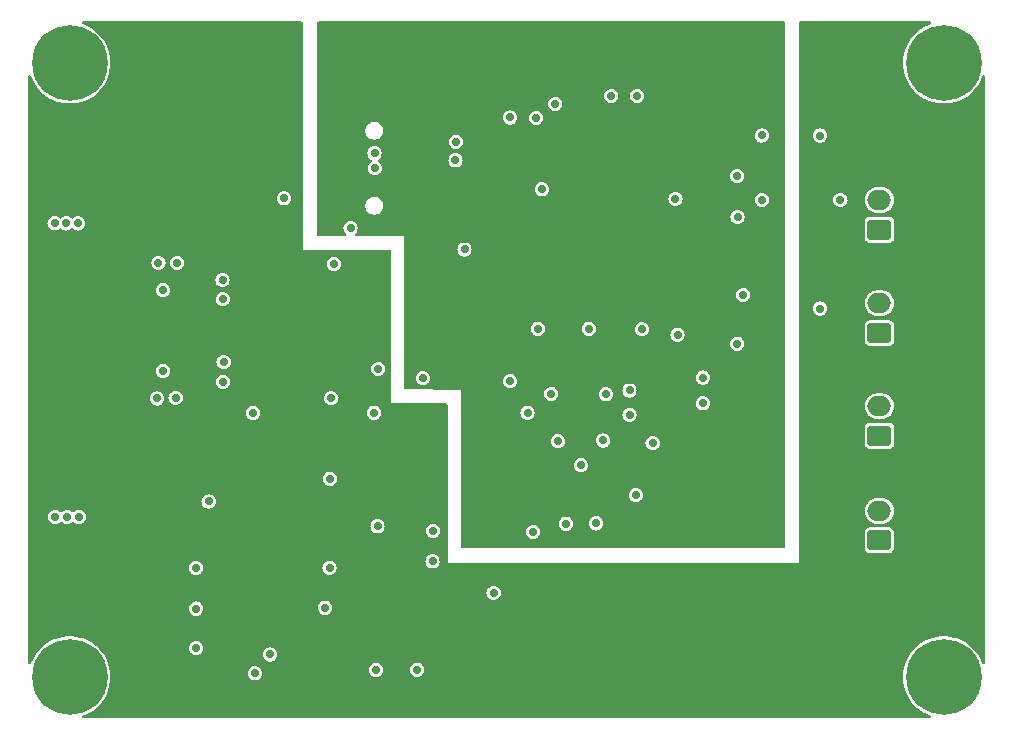
<source format=gbr>
%TF.GenerationSoftware,KiCad,Pcbnew,8.0.6*%
%TF.CreationDate,2024-12-17T06:31:52+02:00*%
%TF.ProjectId,PionController,50696f6e-436f-46e7-9472-6f6c6c65722e,rev?*%
%TF.SameCoordinates,Original*%
%TF.FileFunction,Copper,L3,Inr*%
%TF.FilePolarity,Positive*%
%FSLAX46Y46*%
G04 Gerber Fmt 4.6, Leading zero omitted, Abs format (unit mm)*
G04 Created by KiCad (PCBNEW 8.0.6) date 2024-12-17 06:31:52*
%MOMM*%
%LPD*%
G01*
G04 APERTURE LIST*
G04 Aperture macros list*
%AMRoundRect*
0 Rectangle with rounded corners*
0 $1 Rounding radius*
0 $2 $3 $4 $5 $6 $7 $8 $9 X,Y pos of 4 corners*
0 Add a 4 corners polygon primitive as box body*
4,1,4,$2,$3,$4,$5,$6,$7,$8,$9,$2,$3,0*
0 Add four circle primitives for the rounded corners*
1,1,$1+$1,$2,$3*
1,1,$1+$1,$4,$5*
1,1,$1+$1,$6,$7*
1,1,$1+$1,$8,$9*
0 Add four rect primitives between the rounded corners*
20,1,$1+$1,$2,$3,$4,$5,0*
20,1,$1+$1,$4,$5,$6,$7,0*
20,1,$1+$1,$6,$7,$8,$9,0*
20,1,$1+$1,$8,$9,$2,$3,0*%
G04 Aperture macros list end*
%TA.AperFunction,ComponentPad*%
%ADD10C,0.800000*%
%TD*%
%TA.AperFunction,ComponentPad*%
%ADD11C,6.400000*%
%TD*%
%TA.AperFunction,ComponentPad*%
%ADD12RoundRect,0.250000X0.750000X-0.600000X0.750000X0.600000X-0.750000X0.600000X-0.750000X-0.600000X0*%
%TD*%
%TA.AperFunction,ComponentPad*%
%ADD13O,2.000000X1.700000*%
%TD*%
%TA.AperFunction,ViaPad*%
%ADD14C,0.700000*%
%TD*%
%TA.AperFunction,ViaPad*%
%ADD15C,0.900000*%
%TD*%
G04 APERTURE END LIST*
D10*
%TO.N,GND*%
%TO.C,H3*%
X175600000Y-122649999D03*
X176302944Y-120952943D03*
X176302944Y-124347055D03*
X178000000Y-120249999D03*
D11*
X178000000Y-122649999D03*
D10*
X178000000Y-125049999D03*
X179697056Y-120952943D03*
X179697056Y-124347055D03*
X180400000Y-122649999D03*
%TD*%
D12*
%TO.N,GND*%
%TO.C,J5*%
X172567600Y-102235000D03*
D13*
%TO.N,Net-(J5-Pin_2)*%
X172567600Y-99735000D03*
%TD*%
D10*
%TO.N,GND*%
%TO.C,H1*%
X101600000Y-70649999D03*
X102302944Y-68952943D03*
X102302944Y-72347055D03*
X104000000Y-68249999D03*
D11*
X104000000Y-70649999D03*
D10*
X104000000Y-73049999D03*
X105697056Y-68952943D03*
X105697056Y-72347055D03*
X106400000Y-70649999D03*
%TD*%
%TO.N,GND*%
%TO.C,H4*%
X101600000Y-122649999D03*
X102302944Y-120952943D03*
X102302944Y-124347055D03*
X104000000Y-120249999D03*
D11*
X104000000Y-122649999D03*
D10*
X104000000Y-125049999D03*
X105697056Y-120952943D03*
X105697056Y-124347055D03*
X106400000Y-122649999D03*
%TD*%
D12*
%TO.N,GND*%
%TO.C,J3*%
X172567600Y-84785200D03*
D13*
%TO.N,Net-(J3-Pin_2)*%
X172567600Y-82285200D03*
%TD*%
D12*
%TO.N,GND*%
%TO.C,J6*%
X172563200Y-111094200D03*
D13*
%TO.N,Net-(J6-Pin_2)*%
X172563200Y-108594200D03*
%TD*%
D12*
%TO.N,GND*%
%TO.C,J4*%
X172567600Y-93522800D03*
D13*
%TO.N,Net-(J4-Pin_2)*%
X172567600Y-91022800D03*
%TD*%
D10*
%TO.N,GND*%
%TO.C,H2*%
X175600000Y-70649999D03*
X176302944Y-68952943D03*
X176302944Y-72347055D03*
X178000000Y-68249999D03*
D11*
X178000000Y-70649999D03*
D10*
X178000000Y-73049999D03*
X179697056Y-68952943D03*
X179697056Y-72347055D03*
X180400000Y-70649999D03*
%TD*%
D14*
%TO.N,+5V*%
X140075000Y-122125000D03*
%TO.N,Net-(J1-Pad12)*%
X141300200Y-75285600D03*
X136690000Y-77340000D03*
%TO.N,Net-(J1-Pad13)*%
X127790000Y-84670000D03*
X152050000Y-73460000D03*
%TO.N,Net-(J1-Pad14)*%
X136670000Y-78920000D03*
X149860000Y-73456800D03*
%TO.N,GND*%
X143637000Y-93167200D03*
X114722600Y-116870000D03*
X102730000Y-84250000D03*
X141300200Y-97612200D03*
X167550000Y-91460000D03*
X137439400Y-86461600D03*
X102790000Y-109100000D03*
X104730000Y-84250000D03*
X169260000Y-82260000D03*
X152450800Y-93218000D03*
X133900000Y-97350000D03*
X130073400Y-109905800D03*
X144780000Y-98679000D03*
X119684800Y-122351800D03*
X143256000Y-110363000D03*
X114722600Y-120222800D03*
X129940200Y-122063200D03*
X146024600Y-109677200D03*
X130130000Y-96560000D03*
X115773200Y-107797600D03*
X111911200Y-89914200D03*
X157632400Y-97307400D03*
X125628400Y-116789200D03*
X143510000Y-75311000D03*
X162610800Y-76809600D03*
X111912400Y-96748600D03*
X129830000Y-79580000D03*
X147955000Y-93167200D03*
X134730000Y-112870000D03*
X147294600Y-104724200D03*
X103730000Y-84250000D03*
X104790000Y-109100000D03*
X111425000Y-99075000D03*
X151942800Y-107264200D03*
X157607000Y-99491800D03*
X119532400Y-100304600D03*
X126380000Y-87690000D03*
X142773400Y-100279200D03*
X155295600Y-82169000D03*
X145355200Y-102688939D03*
X161027200Y-90305800D03*
X151409400Y-100457000D03*
X145110000Y-74138000D03*
X129820000Y-78320000D03*
X134770000Y-110288600D03*
X148590000Y-109651800D03*
X103790000Y-109100000D03*
X129768600Y-100279200D03*
X149183200Y-102632376D03*
X120980200Y-120751600D03*
X111525000Y-87600000D03*
X114697200Y-113415600D03*
X126034800Y-105867200D03*
X139900253Y-115522032D03*
X149402800Y-98729800D03*
X160528000Y-80238600D03*
X160553400Y-83718400D03*
X143979000Y-81369000D03*
X155473400Y-93675200D03*
X122160000Y-82130000D03*
X133420000Y-122037800D03*
X167554600Y-76814200D03*
X162600000Y-82265799D03*
X151409400Y-98399600D03*
X126161800Y-99060000D03*
X160528000Y-94437200D03*
X126009400Y-113411000D03*
X153365200Y-102870000D03*
%TO.N,+5V*%
X131670000Y-116320000D03*
X130670000Y-116320000D03*
X137270000Y-115676900D03*
X129670000Y-116320000D03*
X127640000Y-122260000D03*
X167005000Y-94564200D03*
X132943600Y-115189000D03*
X168757600Y-79451200D03*
X128041400Y-99491800D03*
%TO.N,+3.3V*%
X125600000Y-77050000D03*
X142417800Y-78181200D03*
X159004000Y-80264000D03*
X136728200Y-96291400D03*
X160502600Y-103835200D03*
X143281400Y-106908600D03*
X149475000Y-97192800D03*
X142290800Y-94945200D03*
X144830800Y-97180400D03*
X150393400Y-107289600D03*
D15*
X140366400Y-109761800D03*
X140366400Y-110711800D03*
D14*
X155373700Y-106754300D03*
X158978600Y-92151200D03*
X163855400Y-79476600D03*
%TO.N,Net-(SB1-C)*%
X112975369Y-99024631D03*
%TO.N,Net-(SB2-C)*%
X113100000Y-87600000D03*
%TO.N,Net-(SB1-A)*%
X116992400Y-97663000D03*
%TO.N,Net-(SB1-B)*%
X117043200Y-95986600D03*
%TO.N,Net-(SB2-A)*%
X116967000Y-90678000D03*
%TO.N,Net-(SB2-B)*%
X116950000Y-89050000D03*
%TD*%
%TA.AperFunction,Conductor*%
%TO.N,+5V*%
G36*
X123693039Y-67170184D02*
G01*
X123738794Y-67222988D01*
X123750000Y-67274499D01*
X123750000Y-86500000D01*
X131126000Y-86500000D01*
X131193039Y-86519685D01*
X131238794Y-86572489D01*
X131250000Y-86624000D01*
X131250000Y-99500000D01*
X135876000Y-99500000D01*
X135943039Y-99519685D01*
X135988794Y-99572489D01*
X136000000Y-99624000D01*
X136000000Y-113000000D01*
X165750000Y-113000000D01*
X165750000Y-110446335D01*
X171312700Y-110446335D01*
X171312700Y-111742070D01*
X171312701Y-111742076D01*
X171319108Y-111801683D01*
X171369402Y-111936528D01*
X171369406Y-111936535D01*
X171455652Y-112051744D01*
X171455655Y-112051747D01*
X171570864Y-112137993D01*
X171570871Y-112137997D01*
X171705717Y-112188291D01*
X171705716Y-112188291D01*
X171712644Y-112189035D01*
X171765327Y-112194700D01*
X173361072Y-112194699D01*
X173420683Y-112188291D01*
X173555531Y-112137996D01*
X173670746Y-112051746D01*
X173756996Y-111936531D01*
X173807291Y-111801683D01*
X173813700Y-111742073D01*
X173813699Y-110446328D01*
X173807291Y-110386717D01*
X173806229Y-110383870D01*
X173756997Y-110251871D01*
X173756993Y-110251864D01*
X173670747Y-110136655D01*
X173670744Y-110136652D01*
X173555535Y-110050406D01*
X173555528Y-110050402D01*
X173420682Y-110000108D01*
X173420683Y-110000108D01*
X173361083Y-109993701D01*
X173361081Y-109993700D01*
X173361073Y-109993700D01*
X173361064Y-109993700D01*
X171765329Y-109993700D01*
X171765323Y-109993701D01*
X171705716Y-110000108D01*
X171570871Y-110050402D01*
X171570864Y-110050406D01*
X171455655Y-110136652D01*
X171455652Y-110136655D01*
X171369406Y-110251864D01*
X171369402Y-110251871D01*
X171319108Y-110386717D01*
X171314419Y-110430336D01*
X171312701Y-110446323D01*
X171312700Y-110446335D01*
X165750000Y-110446335D01*
X165750000Y-108507589D01*
X171312700Y-108507589D01*
X171312700Y-108680811D01*
X171339798Y-108851901D01*
X171393327Y-109016645D01*
X171471968Y-109170988D01*
X171573786Y-109311128D01*
X171696272Y-109433614D01*
X171836412Y-109535432D01*
X171990755Y-109614073D01*
X172155499Y-109667602D01*
X172326589Y-109694700D01*
X172326590Y-109694700D01*
X172799810Y-109694700D01*
X172799811Y-109694700D01*
X172970901Y-109667602D01*
X173135645Y-109614073D01*
X173289988Y-109535432D01*
X173430128Y-109433614D01*
X173552614Y-109311128D01*
X173654432Y-109170988D01*
X173733073Y-109016645D01*
X173786602Y-108851901D01*
X173813700Y-108680811D01*
X173813700Y-108507589D01*
X173786602Y-108336499D01*
X173733073Y-108171755D01*
X173654432Y-108017412D01*
X173552614Y-107877272D01*
X173430128Y-107754786D01*
X173289988Y-107652968D01*
X173135645Y-107574327D01*
X172970901Y-107520798D01*
X172970899Y-107520797D01*
X172970898Y-107520797D01*
X172839471Y-107499981D01*
X172799811Y-107493700D01*
X172326589Y-107493700D01*
X172286928Y-107499981D01*
X172155502Y-107520797D01*
X171990752Y-107574328D01*
X171836411Y-107652968D01*
X171782026Y-107692482D01*
X171696272Y-107754786D01*
X171696270Y-107754788D01*
X171696269Y-107754788D01*
X171573788Y-107877269D01*
X171573788Y-107877270D01*
X171573786Y-107877272D01*
X171560701Y-107895282D01*
X171471968Y-108017411D01*
X171393328Y-108171752D01*
X171339797Y-108336502D01*
X171314802Y-108494318D01*
X171312700Y-108507589D01*
X165750000Y-108507589D01*
X165750000Y-101587135D01*
X171317100Y-101587135D01*
X171317100Y-102882870D01*
X171317101Y-102882876D01*
X171323508Y-102942483D01*
X171373802Y-103077328D01*
X171373806Y-103077335D01*
X171460052Y-103192544D01*
X171460055Y-103192547D01*
X171575264Y-103278793D01*
X171575271Y-103278797D01*
X171710117Y-103329091D01*
X171710116Y-103329091D01*
X171717044Y-103329835D01*
X171769727Y-103335500D01*
X173365472Y-103335499D01*
X173425083Y-103329091D01*
X173559931Y-103278796D01*
X173675146Y-103192546D01*
X173761396Y-103077331D01*
X173811691Y-102942483D01*
X173818100Y-102882873D01*
X173818099Y-101587128D01*
X173811691Y-101527517D01*
X173761396Y-101392669D01*
X173761395Y-101392668D01*
X173761393Y-101392664D01*
X173675147Y-101277455D01*
X173675144Y-101277452D01*
X173559935Y-101191206D01*
X173559928Y-101191202D01*
X173425082Y-101140908D01*
X173425083Y-101140908D01*
X173365483Y-101134501D01*
X173365481Y-101134500D01*
X173365473Y-101134500D01*
X173365464Y-101134500D01*
X171769729Y-101134500D01*
X171769723Y-101134501D01*
X171710116Y-101140908D01*
X171575271Y-101191202D01*
X171575264Y-101191206D01*
X171460055Y-101277452D01*
X171460052Y-101277455D01*
X171373806Y-101392664D01*
X171373802Y-101392671D01*
X171323508Y-101527517D01*
X171317101Y-101587116D01*
X171317101Y-101587123D01*
X171317100Y-101587135D01*
X165750000Y-101587135D01*
X165750000Y-99648389D01*
X171317100Y-99648389D01*
X171317100Y-99821610D01*
X171341609Y-99976359D01*
X171344198Y-99992701D01*
X171397727Y-100157445D01*
X171476368Y-100311788D01*
X171578186Y-100451928D01*
X171700672Y-100574414D01*
X171840812Y-100676232D01*
X171995155Y-100754873D01*
X172159899Y-100808402D01*
X172330989Y-100835500D01*
X172330990Y-100835500D01*
X172804210Y-100835500D01*
X172804211Y-100835500D01*
X172975301Y-100808402D01*
X173140045Y-100754873D01*
X173294388Y-100676232D01*
X173434528Y-100574414D01*
X173557014Y-100451928D01*
X173658832Y-100311788D01*
X173737473Y-100157445D01*
X173791002Y-99992701D01*
X173818100Y-99821611D01*
X173818100Y-99648389D01*
X173791002Y-99477299D01*
X173737473Y-99312555D01*
X173658832Y-99158212D01*
X173557014Y-99018072D01*
X173434528Y-98895586D01*
X173294388Y-98793768D01*
X173140045Y-98715127D01*
X172975301Y-98661598D01*
X172975299Y-98661597D01*
X172975298Y-98661597D01*
X172843871Y-98640781D01*
X172804211Y-98634500D01*
X172330989Y-98634500D01*
X172291328Y-98640781D01*
X172159902Y-98661597D01*
X171995152Y-98715128D01*
X171840811Y-98793768D01*
X171793858Y-98827882D01*
X171700672Y-98895586D01*
X171700670Y-98895588D01*
X171700669Y-98895588D01*
X171578188Y-99018069D01*
X171578188Y-99018070D01*
X171578186Y-99018072D01*
X171536827Y-99074998D01*
X171476368Y-99158211D01*
X171397728Y-99312552D01*
X171344197Y-99477302D01*
X171317100Y-99648389D01*
X165750000Y-99648389D01*
X165750000Y-92874935D01*
X171317100Y-92874935D01*
X171317100Y-94170670D01*
X171317101Y-94170676D01*
X171323508Y-94230283D01*
X171373802Y-94365128D01*
X171373806Y-94365135D01*
X171460052Y-94480344D01*
X171460055Y-94480347D01*
X171575264Y-94566593D01*
X171575271Y-94566597D01*
X171710117Y-94616891D01*
X171710116Y-94616891D01*
X171717044Y-94617635D01*
X171769727Y-94623300D01*
X173365472Y-94623299D01*
X173425083Y-94616891D01*
X173559931Y-94566596D01*
X173675146Y-94480346D01*
X173761396Y-94365131D01*
X173811691Y-94230283D01*
X173818100Y-94170673D01*
X173818099Y-92874928D01*
X173811691Y-92815317D01*
X173802143Y-92789718D01*
X173761397Y-92680471D01*
X173761393Y-92680464D01*
X173675147Y-92565255D01*
X173675144Y-92565252D01*
X173559935Y-92479006D01*
X173559928Y-92479002D01*
X173425082Y-92428708D01*
X173425083Y-92428708D01*
X173365483Y-92422301D01*
X173365481Y-92422300D01*
X173365473Y-92422300D01*
X173365464Y-92422300D01*
X171769729Y-92422300D01*
X171769723Y-92422301D01*
X171710116Y-92428708D01*
X171575271Y-92479002D01*
X171575264Y-92479006D01*
X171460055Y-92565252D01*
X171460052Y-92565255D01*
X171373806Y-92680464D01*
X171373802Y-92680471D01*
X171323508Y-92815317D01*
X171318236Y-92864359D01*
X171317101Y-92874923D01*
X171317100Y-92874935D01*
X165750000Y-92874935D01*
X165750000Y-91459998D01*
X166944318Y-91459998D01*
X166944318Y-91460001D01*
X166964955Y-91616760D01*
X166964956Y-91616762D01*
X167025464Y-91762841D01*
X167121718Y-91888282D01*
X167247159Y-91984536D01*
X167393238Y-92045044D01*
X167471619Y-92055363D01*
X167549999Y-92065682D01*
X167550000Y-92065682D01*
X167550001Y-92065682D01*
X167602254Y-92058802D01*
X167706762Y-92045044D01*
X167852841Y-91984536D01*
X167978282Y-91888282D01*
X168074536Y-91762841D01*
X168135044Y-91616762D01*
X168155682Y-91460000D01*
X168153739Y-91445245D01*
X168135044Y-91303239D01*
X168135044Y-91303238D01*
X168074536Y-91157159D01*
X167978282Y-91031718D01*
X167853786Y-90936189D01*
X171317100Y-90936189D01*
X171317100Y-91109410D01*
X171331849Y-91202536D01*
X171344198Y-91280501D01*
X171397727Y-91445245D01*
X171476368Y-91599588D01*
X171578186Y-91739728D01*
X171700672Y-91862214D01*
X171840812Y-91964032D01*
X171995155Y-92042673D01*
X172159899Y-92096202D01*
X172330989Y-92123300D01*
X172330990Y-92123300D01*
X172804210Y-92123300D01*
X172804211Y-92123300D01*
X172975301Y-92096202D01*
X173140045Y-92042673D01*
X173294388Y-91964032D01*
X173434528Y-91862214D01*
X173557014Y-91739728D01*
X173658832Y-91599588D01*
X173737473Y-91445245D01*
X173791002Y-91280501D01*
X173818100Y-91109411D01*
X173818100Y-90936189D01*
X173791002Y-90765099D01*
X173737473Y-90600355D01*
X173658832Y-90446012D01*
X173557014Y-90305872D01*
X173434528Y-90183386D01*
X173294388Y-90081568D01*
X173140045Y-90002927D01*
X172975301Y-89949398D01*
X172975299Y-89949397D01*
X172975298Y-89949397D01*
X172843871Y-89928581D01*
X172804211Y-89922300D01*
X172330989Y-89922300D01*
X172291328Y-89928581D01*
X172159902Y-89949397D01*
X171995152Y-90002928D01*
X171840811Y-90081568D01*
X171760856Y-90139659D01*
X171700672Y-90183386D01*
X171700670Y-90183388D01*
X171700669Y-90183388D01*
X171578188Y-90305869D01*
X171578188Y-90305870D01*
X171578186Y-90305872D01*
X171551588Y-90342481D01*
X171476368Y-90446011D01*
X171397728Y-90600352D01*
X171344197Y-90765102D01*
X171317100Y-90936189D01*
X167853786Y-90936189D01*
X167852841Y-90935464D01*
X167794943Y-90911482D01*
X167706762Y-90874956D01*
X167706760Y-90874955D01*
X167550001Y-90854318D01*
X167549999Y-90854318D01*
X167393239Y-90874955D01*
X167393237Y-90874956D01*
X167247160Y-90935463D01*
X167121718Y-91031718D01*
X167025463Y-91157160D01*
X166964956Y-91303237D01*
X166964955Y-91303239D01*
X166944318Y-91459998D01*
X165750000Y-91459998D01*
X165750000Y-84137335D01*
X171317100Y-84137335D01*
X171317100Y-85433070D01*
X171317101Y-85433076D01*
X171323508Y-85492683D01*
X171373802Y-85627528D01*
X171373806Y-85627535D01*
X171460052Y-85742744D01*
X171460055Y-85742747D01*
X171575264Y-85828993D01*
X171575271Y-85828997D01*
X171710117Y-85879291D01*
X171710116Y-85879291D01*
X171717044Y-85880035D01*
X171769727Y-85885700D01*
X173365472Y-85885699D01*
X173425083Y-85879291D01*
X173559931Y-85828996D01*
X173675146Y-85742746D01*
X173761396Y-85627531D01*
X173811691Y-85492683D01*
X173818100Y-85433073D01*
X173818099Y-84137328D01*
X173811691Y-84077717D01*
X173762996Y-83947160D01*
X173761397Y-83942871D01*
X173761393Y-83942864D01*
X173675147Y-83827655D01*
X173675144Y-83827652D01*
X173559935Y-83741406D01*
X173559928Y-83741402D01*
X173425082Y-83691108D01*
X173425083Y-83691108D01*
X173365483Y-83684701D01*
X173365481Y-83684700D01*
X173365473Y-83684700D01*
X173365464Y-83684700D01*
X171769729Y-83684700D01*
X171769723Y-83684701D01*
X171710116Y-83691108D01*
X171575271Y-83741402D01*
X171575264Y-83741406D01*
X171460055Y-83827652D01*
X171460052Y-83827655D01*
X171373806Y-83942864D01*
X171373802Y-83942871D01*
X171323508Y-84077717D01*
X171317101Y-84137316D01*
X171317101Y-84137323D01*
X171317100Y-84137335D01*
X165750000Y-84137335D01*
X165750000Y-82259998D01*
X168654318Y-82259998D01*
X168654318Y-82260001D01*
X168674955Y-82416760D01*
X168674956Y-82416762D01*
X168733575Y-82558282D01*
X168735464Y-82562841D01*
X168831718Y-82688282D01*
X168957159Y-82784536D01*
X169103238Y-82845044D01*
X169147286Y-82850843D01*
X169259999Y-82865682D01*
X169260000Y-82865682D01*
X169260001Y-82865682D01*
X169312254Y-82858802D01*
X169416762Y-82845044D01*
X169562841Y-82784536D01*
X169688282Y-82688282D01*
X169784536Y-82562841D01*
X169845044Y-82416762D01*
X169865682Y-82260000D01*
X169857597Y-82198589D01*
X171317100Y-82198589D01*
X171317100Y-82371810D01*
X171342656Y-82533170D01*
X171344198Y-82542901D01*
X171397727Y-82707645D01*
X171476368Y-82861988D01*
X171578186Y-83002128D01*
X171700672Y-83124614D01*
X171840812Y-83226432D01*
X171995155Y-83305073D01*
X172159899Y-83358602D01*
X172330989Y-83385700D01*
X172330990Y-83385700D01*
X172804210Y-83385700D01*
X172804211Y-83385700D01*
X172975301Y-83358602D01*
X173140045Y-83305073D01*
X173294388Y-83226432D01*
X173434528Y-83124614D01*
X173557014Y-83002128D01*
X173658832Y-82861988D01*
X173737473Y-82707645D01*
X173791002Y-82542901D01*
X173818100Y-82371811D01*
X173818100Y-82198589D01*
X173791002Y-82027499D01*
X173737473Y-81862755D01*
X173658832Y-81708412D01*
X173557014Y-81568272D01*
X173434528Y-81445786D01*
X173294388Y-81343968D01*
X173140045Y-81265327D01*
X172975301Y-81211798D01*
X172975299Y-81211797D01*
X172975298Y-81211797D01*
X172843871Y-81190981D01*
X172804211Y-81184700D01*
X172330989Y-81184700D01*
X172291328Y-81190981D01*
X172159902Y-81211797D01*
X171995152Y-81265328D01*
X171840811Y-81343968D01*
X171760856Y-81402059D01*
X171700672Y-81445786D01*
X171700670Y-81445788D01*
X171700669Y-81445788D01*
X171578188Y-81568269D01*
X171578188Y-81568270D01*
X171578186Y-81568272D01*
X171534459Y-81628456D01*
X171476368Y-81708411D01*
X171397728Y-81862752D01*
X171344197Y-82027502D01*
X171317100Y-82198589D01*
X169857597Y-82198589D01*
X169845044Y-82103238D01*
X169784536Y-81957159D01*
X169688282Y-81831718D01*
X169562841Y-81735464D01*
X169497529Y-81708411D01*
X169416762Y-81674956D01*
X169416760Y-81674955D01*
X169260001Y-81654318D01*
X169259999Y-81654318D01*
X169103239Y-81674955D01*
X169103237Y-81674956D01*
X168957160Y-81735463D01*
X168831718Y-81831718D01*
X168735463Y-81957160D01*
X168674956Y-82103237D01*
X168674955Y-82103239D01*
X168654318Y-82259998D01*
X165750000Y-82259998D01*
X165750000Y-76814198D01*
X166948918Y-76814198D01*
X166948918Y-76814201D01*
X166969555Y-76970960D01*
X166969556Y-76970962D01*
X167028158Y-77112441D01*
X167030064Y-77117041D01*
X167126318Y-77242482D01*
X167251759Y-77338736D01*
X167397838Y-77399244D01*
X167476219Y-77409563D01*
X167554599Y-77419882D01*
X167554600Y-77419882D01*
X167554601Y-77419882D01*
X167606854Y-77413002D01*
X167711362Y-77399244D01*
X167857441Y-77338736D01*
X167982882Y-77242482D01*
X168079136Y-77117041D01*
X168139644Y-76970962D01*
X168160282Y-76814200D01*
X168159676Y-76809600D01*
X168139644Y-76657439D01*
X168139644Y-76657438D01*
X168079136Y-76511359D01*
X167982882Y-76385918D01*
X167857441Y-76289664D01*
X167711362Y-76229156D01*
X167711360Y-76229155D01*
X167554601Y-76208518D01*
X167554599Y-76208518D01*
X167397839Y-76229155D01*
X167397837Y-76229156D01*
X167251760Y-76289663D01*
X167126318Y-76385918D01*
X167030063Y-76511360D01*
X166969556Y-76657437D01*
X166969555Y-76657439D01*
X166948918Y-76814198D01*
X165750000Y-76814198D01*
X165750000Y-67274499D01*
X165769685Y-67207460D01*
X165822489Y-67161705D01*
X165874000Y-67150499D01*
X176823379Y-67150499D01*
X176890418Y-67170184D01*
X176936173Y-67222988D01*
X176946117Y-67292146D01*
X176917092Y-67355702D01*
X176862973Y-67392007D01*
X176720962Y-67439857D01*
X176720959Y-67439858D01*
X176720951Y-67439861D01*
X176381391Y-67596958D01*
X176381378Y-67596965D01*
X176060794Y-67789852D01*
X176060789Y-67789856D01*
X175762913Y-68016295D01*
X175762912Y-68016296D01*
X175491272Y-68273607D01*
X175249052Y-68558769D01*
X175249045Y-68558779D01*
X175039073Y-68868464D01*
X174863815Y-69199035D01*
X174863806Y-69199053D01*
X174725318Y-69546634D01*
X174725317Y-69546636D01*
X174625223Y-69907145D01*
X174625222Y-69907148D01*
X174564688Y-70276388D01*
X174544432Y-70649996D01*
X174544432Y-70650001D01*
X174564688Y-71023609D01*
X174625222Y-71392849D01*
X174625223Y-71392852D01*
X174725317Y-71753361D01*
X174725318Y-71753363D01*
X174863806Y-72100944D01*
X174863815Y-72100962D01*
X175039073Y-72431533D01*
X175249045Y-72741218D01*
X175249052Y-72741228D01*
X175491272Y-73026390D01*
X175491273Y-73026391D01*
X175762913Y-73283702D01*
X176060780Y-73510135D01*
X176060785Y-73510138D01*
X176060789Y-73510141D01*
X176060794Y-73510145D01*
X176381378Y-73703032D01*
X176381383Y-73703035D01*
X176381387Y-73703036D01*
X176381391Y-73703039D01*
X176666964Y-73835159D01*
X176720962Y-73860141D01*
X177075538Y-73979612D01*
X177440951Y-74060045D01*
X177812919Y-74100499D01*
X177812925Y-74100499D01*
X178187075Y-74100499D01*
X178187081Y-74100499D01*
X178559049Y-74060045D01*
X178924462Y-73979612D01*
X179279038Y-73860141D01*
X179618617Y-73703035D01*
X179767323Y-73613562D01*
X179939205Y-73510145D01*
X179939210Y-73510141D01*
X179939209Y-73510141D01*
X179939220Y-73510135D01*
X180237087Y-73283702D01*
X180508727Y-73026391D01*
X180750954Y-72741220D01*
X180960928Y-72431530D01*
X181136189Y-72100954D01*
X181260307Y-71789439D01*
X181303407Y-71734448D01*
X181369396Y-71711487D01*
X181437323Y-71727848D01*
X181485622Y-71778336D01*
X181499500Y-71835337D01*
X181499500Y-121464660D01*
X181479815Y-121531699D01*
X181427011Y-121577454D01*
X181357853Y-121587398D01*
X181294297Y-121558373D01*
X181260307Y-121510557D01*
X181136193Y-121199053D01*
X181136184Y-121199035D01*
X180960926Y-120868464D01*
X180813537Y-120651082D01*
X180750954Y-120558778D01*
X180750950Y-120558773D01*
X180750947Y-120558769D01*
X180508727Y-120273607D01*
X180237087Y-120016296D01*
X180237086Y-120016295D01*
X180110358Y-119919959D01*
X179939220Y-119789863D01*
X179939216Y-119789860D01*
X179939210Y-119789856D01*
X179939205Y-119789852D01*
X179618621Y-119596965D01*
X179618608Y-119596958D01*
X179279048Y-119439861D01*
X179279043Y-119439859D01*
X179279038Y-119439857D01*
X179106203Y-119381622D01*
X178924461Y-119320385D01*
X178559047Y-119239952D01*
X178187082Y-119199499D01*
X178187081Y-119199499D01*
X177812919Y-119199499D01*
X177812917Y-119199499D01*
X177440952Y-119239952D01*
X177075538Y-119320385D01*
X176801440Y-119412740D01*
X176720962Y-119439857D01*
X176720959Y-119439858D01*
X176720951Y-119439861D01*
X176381391Y-119596958D01*
X176381378Y-119596965D01*
X176060794Y-119789852D01*
X176060789Y-119789856D01*
X175762913Y-120016295D01*
X175762912Y-120016296D01*
X175491272Y-120273607D01*
X175249052Y-120558769D01*
X175249045Y-120558779D01*
X175039073Y-120868464D01*
X174863815Y-121199035D01*
X174863806Y-121199053D01*
X174725318Y-121546634D01*
X174725317Y-121546636D01*
X174625223Y-121907145D01*
X174625222Y-121907148D01*
X174564688Y-122276388D01*
X174544432Y-122649996D01*
X174544432Y-122650001D01*
X174564688Y-123023609D01*
X174625222Y-123392849D01*
X174625223Y-123392852D01*
X174725317Y-123753361D01*
X174725318Y-123753363D01*
X174863806Y-124100944D01*
X174863815Y-124100962D01*
X175039073Y-124431533D01*
X175149376Y-124594217D01*
X175241492Y-124730079D01*
X175249045Y-124741218D01*
X175249052Y-124741228D01*
X175358483Y-124870059D01*
X175491273Y-125026391D01*
X175762913Y-125283702D01*
X176060780Y-125510135D01*
X176060785Y-125510138D01*
X176060789Y-125510141D01*
X176060794Y-125510145D01*
X176365353Y-125693390D01*
X176381383Y-125703035D01*
X176381387Y-125703036D01*
X176381391Y-125703039D01*
X176453247Y-125736283D01*
X176720962Y-125860141D01*
X176862973Y-125907990D01*
X176920217Y-125948050D01*
X176946717Y-126012700D01*
X176934057Y-126081413D01*
X176886258Y-126132374D01*
X176823379Y-126149499D01*
X105176621Y-126149499D01*
X105109582Y-126129814D01*
X105063827Y-126077010D01*
X105053883Y-126007852D01*
X105082908Y-125944296D01*
X105137026Y-125907990D01*
X105279038Y-125860141D01*
X105618617Y-125703035D01*
X105739912Y-125630054D01*
X105939205Y-125510145D01*
X105939210Y-125510141D01*
X105939209Y-125510141D01*
X105939220Y-125510135D01*
X106237087Y-125283702D01*
X106508727Y-125026391D01*
X106750954Y-124741220D01*
X106960928Y-124431530D01*
X107136189Y-124100954D01*
X107274680Y-123753367D01*
X107374779Y-123392844D01*
X107435311Y-123023612D01*
X107455316Y-122654641D01*
X107455568Y-122650001D01*
X107455568Y-122649996D01*
X107439400Y-122351798D01*
X119079118Y-122351798D01*
X119079118Y-122351801D01*
X119099755Y-122508560D01*
X119099756Y-122508562D01*
X119158341Y-122650000D01*
X119160264Y-122654641D01*
X119256518Y-122780082D01*
X119381959Y-122876336D01*
X119528038Y-122936844D01*
X119606419Y-122947163D01*
X119684799Y-122957482D01*
X119684800Y-122957482D01*
X119684801Y-122957482D01*
X119737054Y-122950602D01*
X119841562Y-122936844D01*
X119987641Y-122876336D01*
X120113082Y-122780082D01*
X120209336Y-122654641D01*
X120269844Y-122508562D01*
X120288607Y-122366041D01*
X120290482Y-122351801D01*
X120290482Y-122351798D01*
X120269844Y-122195039D01*
X120269844Y-122195038D01*
X120215234Y-122063198D01*
X129334518Y-122063198D01*
X129334518Y-122063201D01*
X129355155Y-122219960D01*
X129355156Y-122219962D01*
X129409765Y-122351801D01*
X129415664Y-122366041D01*
X129511918Y-122491482D01*
X129637359Y-122587736D01*
X129783438Y-122648244D01*
X129861819Y-122658563D01*
X129940199Y-122668882D01*
X129940200Y-122668882D01*
X129940201Y-122668882D01*
X129992454Y-122662002D01*
X130096962Y-122648244D01*
X130243041Y-122587736D01*
X130368482Y-122491482D01*
X130464736Y-122366041D01*
X130525244Y-122219962D01*
X130545882Y-122063200D01*
X130544007Y-122048960D01*
X130542538Y-122037798D01*
X132814318Y-122037798D01*
X132814318Y-122037801D01*
X132834955Y-122194560D01*
X132834956Y-122194562D01*
X132895464Y-122340641D01*
X132991718Y-122466082D01*
X133117159Y-122562336D01*
X133263238Y-122622844D01*
X133341619Y-122633163D01*
X133419999Y-122643482D01*
X133420000Y-122643482D01*
X133420001Y-122643482D01*
X133472254Y-122636602D01*
X133576762Y-122622844D01*
X133722841Y-122562336D01*
X133848282Y-122466082D01*
X133944536Y-122340641D01*
X134005044Y-122194562D01*
X134025682Y-122037800D01*
X134005044Y-121881038D01*
X133944536Y-121734959D01*
X133848282Y-121609518D01*
X133722841Y-121513264D01*
X133576762Y-121452756D01*
X133576760Y-121452755D01*
X133420001Y-121432118D01*
X133419999Y-121432118D01*
X133263239Y-121452755D01*
X133263237Y-121452756D01*
X133117160Y-121513263D01*
X132991718Y-121609518D01*
X132895463Y-121734960D01*
X132834956Y-121881037D01*
X132834955Y-121881039D01*
X132814318Y-122037798D01*
X130542538Y-122037798D01*
X130525244Y-121906439D01*
X130525244Y-121906438D01*
X130464736Y-121760359D01*
X130368482Y-121634918D01*
X130243041Y-121538664D01*
X130096962Y-121478156D01*
X130096960Y-121478155D01*
X129940201Y-121457518D01*
X129940199Y-121457518D01*
X129783439Y-121478155D01*
X129783437Y-121478156D01*
X129637360Y-121538663D01*
X129511918Y-121634918D01*
X129415663Y-121760360D01*
X129355156Y-121906437D01*
X129355155Y-121906439D01*
X129334518Y-122063198D01*
X120215234Y-122063198D01*
X120209336Y-122048959D01*
X120113082Y-121923518D01*
X119987641Y-121827264D01*
X119841562Y-121766756D01*
X119841560Y-121766755D01*
X119684801Y-121746118D01*
X119684799Y-121746118D01*
X119528039Y-121766755D01*
X119528037Y-121766756D01*
X119381960Y-121827263D01*
X119256518Y-121923518D01*
X119160263Y-122048960D01*
X119099756Y-122195037D01*
X119099755Y-122195039D01*
X119079118Y-122351798D01*
X107439400Y-122351798D01*
X107435311Y-122276388D01*
X107435311Y-122276386D01*
X107374779Y-121907154D01*
X107285999Y-121587398D01*
X107274682Y-121546636D01*
X107274681Y-121546634D01*
X107271505Y-121538664D01*
X107136189Y-121199044D01*
X106982079Y-120908362D01*
X106960926Y-120868464D01*
X106813537Y-120651082D01*
X106750954Y-120558778D01*
X106750950Y-120558773D01*
X106750947Y-120558769D01*
X106508727Y-120273607D01*
X106455089Y-120222798D01*
X114116918Y-120222798D01*
X114116918Y-120222801D01*
X114137555Y-120379560D01*
X114137556Y-120379562D01*
X114198064Y-120525641D01*
X114294318Y-120651082D01*
X114419759Y-120747336D01*
X114565838Y-120807844D01*
X114644219Y-120818163D01*
X114722599Y-120828482D01*
X114722600Y-120828482D01*
X114722601Y-120828482D01*
X114774854Y-120821602D01*
X114879362Y-120807844D01*
X115015152Y-120751598D01*
X120374518Y-120751598D01*
X120374518Y-120751601D01*
X120395155Y-120908360D01*
X120395156Y-120908362D01*
X120455664Y-121054441D01*
X120551918Y-121179882D01*
X120677359Y-121276136D01*
X120823438Y-121336644D01*
X120901819Y-121346963D01*
X120980199Y-121357282D01*
X120980200Y-121357282D01*
X120980201Y-121357282D01*
X121032454Y-121350402D01*
X121136962Y-121336644D01*
X121283041Y-121276136D01*
X121408482Y-121179882D01*
X121504736Y-121054441D01*
X121565244Y-120908362D01*
X121585882Y-120751600D01*
X121572648Y-120651081D01*
X121565244Y-120594839D01*
X121565244Y-120594838D01*
X121504736Y-120448759D01*
X121408482Y-120323318D01*
X121283041Y-120227064D01*
X121272749Y-120222801D01*
X121136962Y-120166556D01*
X121136960Y-120166555D01*
X120980201Y-120145918D01*
X120980199Y-120145918D01*
X120823439Y-120166555D01*
X120823437Y-120166556D01*
X120677360Y-120227063D01*
X120551918Y-120323318D01*
X120455663Y-120448760D01*
X120395156Y-120594837D01*
X120395155Y-120594839D01*
X120374518Y-120751598D01*
X115015152Y-120751598D01*
X115025441Y-120747336D01*
X115150882Y-120651082D01*
X115247136Y-120525641D01*
X115307644Y-120379562D01*
X115328282Y-120222800D01*
X115307644Y-120066038D01*
X115247136Y-119919959D01*
X115150882Y-119794518D01*
X115025441Y-119698264D01*
X114879362Y-119637756D01*
X114879360Y-119637755D01*
X114722601Y-119617118D01*
X114722599Y-119617118D01*
X114565839Y-119637755D01*
X114565837Y-119637756D01*
X114419760Y-119698263D01*
X114294318Y-119794518D01*
X114198063Y-119919960D01*
X114137556Y-120066037D01*
X114137555Y-120066039D01*
X114116918Y-120222798D01*
X106455089Y-120222798D01*
X106237087Y-120016296D01*
X106237086Y-120016295D01*
X106110358Y-119919959D01*
X105939220Y-119789863D01*
X105939216Y-119789860D01*
X105939210Y-119789856D01*
X105939205Y-119789852D01*
X105618621Y-119596965D01*
X105618608Y-119596958D01*
X105279048Y-119439861D01*
X105279043Y-119439859D01*
X105279038Y-119439857D01*
X105106203Y-119381622D01*
X104924461Y-119320385D01*
X104559047Y-119239952D01*
X104187082Y-119199499D01*
X104187081Y-119199499D01*
X103812919Y-119199499D01*
X103812917Y-119199499D01*
X103440952Y-119239952D01*
X103075538Y-119320385D01*
X102801440Y-119412740D01*
X102720962Y-119439857D01*
X102720959Y-119439858D01*
X102720951Y-119439861D01*
X102381391Y-119596958D01*
X102381378Y-119596965D01*
X102060794Y-119789852D01*
X102060789Y-119789856D01*
X101762913Y-120016295D01*
X101762912Y-120016296D01*
X101491272Y-120273607D01*
X101249052Y-120558769D01*
X101249045Y-120558779D01*
X101039073Y-120868464D01*
X100863815Y-121199035D01*
X100863806Y-121199053D01*
X100739693Y-121510557D01*
X100696593Y-121565549D01*
X100630604Y-121588510D01*
X100562677Y-121572149D01*
X100514378Y-121521661D01*
X100500500Y-121464660D01*
X100500500Y-116869998D01*
X114116918Y-116869998D01*
X114116918Y-116870001D01*
X114137555Y-117026760D01*
X114137556Y-117026762D01*
X114198064Y-117172841D01*
X114294318Y-117298282D01*
X114419759Y-117394536D01*
X114565838Y-117455044D01*
X114644219Y-117465363D01*
X114722599Y-117475682D01*
X114722600Y-117475682D01*
X114722601Y-117475682D01*
X114774854Y-117468802D01*
X114879362Y-117455044D01*
X115025441Y-117394536D01*
X115150882Y-117298282D01*
X115247136Y-117172841D01*
X115307644Y-117026762D01*
X115328282Y-116870000D01*
X115317644Y-116789198D01*
X125022718Y-116789198D01*
X125022718Y-116789201D01*
X125043355Y-116945960D01*
X125043356Y-116945962D01*
X125076824Y-117026762D01*
X125103864Y-117092041D01*
X125200118Y-117217482D01*
X125325559Y-117313736D01*
X125471638Y-117374244D01*
X125550019Y-117384563D01*
X125628399Y-117394882D01*
X125628400Y-117394882D01*
X125628401Y-117394882D01*
X125680654Y-117388002D01*
X125785162Y-117374244D01*
X125931241Y-117313736D01*
X126056682Y-117217482D01*
X126152936Y-117092041D01*
X126213444Y-116945962D01*
X126234082Y-116789200D01*
X126224081Y-116713238D01*
X126213444Y-116632439D01*
X126213444Y-116632438D01*
X126152936Y-116486359D01*
X126056682Y-116360918D01*
X125931241Y-116264664D01*
X125785162Y-116204156D01*
X125785160Y-116204155D01*
X125628401Y-116183518D01*
X125628399Y-116183518D01*
X125471639Y-116204155D01*
X125471637Y-116204156D01*
X125325560Y-116264663D01*
X125200118Y-116360918D01*
X125103863Y-116486360D01*
X125043356Y-116632437D01*
X125043355Y-116632439D01*
X125022718Y-116789198D01*
X115317644Y-116789198D01*
X115307644Y-116713238D01*
X115247136Y-116567159D01*
X115150882Y-116441718D01*
X115025441Y-116345464D01*
X114879362Y-116284956D01*
X114879360Y-116284955D01*
X114722601Y-116264318D01*
X114722599Y-116264318D01*
X114565839Y-116284955D01*
X114565837Y-116284956D01*
X114419760Y-116345463D01*
X114294318Y-116441718D01*
X114198063Y-116567160D01*
X114137556Y-116713237D01*
X114137555Y-116713239D01*
X114116918Y-116869998D01*
X100500500Y-116869998D01*
X100500500Y-115522030D01*
X139294571Y-115522030D01*
X139294571Y-115522033D01*
X139315208Y-115678792D01*
X139315209Y-115678794D01*
X139375717Y-115824873D01*
X139471971Y-115950314D01*
X139597412Y-116046568D01*
X139743491Y-116107076D01*
X139821872Y-116117395D01*
X139900252Y-116127714D01*
X139900253Y-116127714D01*
X139900254Y-116127714D01*
X139952507Y-116120834D01*
X140057015Y-116107076D01*
X140203094Y-116046568D01*
X140328535Y-115950314D01*
X140424789Y-115824873D01*
X140485297Y-115678794D01*
X140505935Y-115522032D01*
X140485297Y-115365270D01*
X140424789Y-115219191D01*
X140328535Y-115093750D01*
X140203094Y-114997496D01*
X140057015Y-114936988D01*
X140057013Y-114936987D01*
X139900254Y-114916350D01*
X139900252Y-114916350D01*
X139743492Y-114936987D01*
X139743490Y-114936988D01*
X139597413Y-114997495D01*
X139471971Y-115093750D01*
X139375716Y-115219192D01*
X139315209Y-115365269D01*
X139315208Y-115365271D01*
X139294571Y-115522030D01*
X100500500Y-115522030D01*
X100500500Y-113415598D01*
X114091518Y-113415598D01*
X114091518Y-113415601D01*
X114112155Y-113572360D01*
X114112156Y-113572362D01*
X114170758Y-113713841D01*
X114172664Y-113718441D01*
X114268918Y-113843882D01*
X114394359Y-113940136D01*
X114540438Y-114000644D01*
X114618819Y-114010963D01*
X114697199Y-114021282D01*
X114697200Y-114021282D01*
X114697201Y-114021282D01*
X114749454Y-114014402D01*
X114853962Y-114000644D01*
X115000041Y-113940136D01*
X115125482Y-113843882D01*
X115221736Y-113718441D01*
X115282244Y-113572362D01*
X115302882Y-113415600D01*
X115302276Y-113411000D01*
X115302276Y-113410998D01*
X125403718Y-113410998D01*
X125403718Y-113411001D01*
X125424355Y-113567760D01*
X125424356Y-113567762D01*
X125484864Y-113713841D01*
X125581118Y-113839282D01*
X125706559Y-113935536D01*
X125852638Y-113996044D01*
X125887579Y-114000644D01*
X126009399Y-114016682D01*
X126009400Y-114016682D01*
X126009401Y-114016682D01*
X126061654Y-114009802D01*
X126166162Y-113996044D01*
X126312241Y-113935536D01*
X126437682Y-113839282D01*
X126533936Y-113713841D01*
X126594444Y-113567762D01*
X126614476Y-113415601D01*
X126615082Y-113411001D01*
X126615082Y-113410998D01*
X126595050Y-113258839D01*
X126594444Y-113254238D01*
X126533936Y-113108159D01*
X126437682Y-112982718D01*
X126312241Y-112886464D01*
X126272493Y-112870000D01*
X126272488Y-112869998D01*
X134124318Y-112869998D01*
X134124318Y-112870001D01*
X134144955Y-113026760D01*
X134144956Y-113026762D01*
X134180577Y-113112760D01*
X134205464Y-113172841D01*
X134301718Y-113298282D01*
X134427159Y-113394536D01*
X134573238Y-113455044D01*
X134651619Y-113465363D01*
X134729999Y-113475682D01*
X134730000Y-113475682D01*
X134730001Y-113475682D01*
X134782254Y-113468802D01*
X134886762Y-113455044D01*
X135032841Y-113394536D01*
X135158282Y-113298282D01*
X135254536Y-113172841D01*
X135315044Y-113026762D01*
X135332909Y-112891063D01*
X135335682Y-112870001D01*
X135335682Y-112869998D01*
X135315044Y-112713239D01*
X135315044Y-112713238D01*
X135254536Y-112567159D01*
X135158282Y-112441718D01*
X135032841Y-112345464D01*
X134886762Y-112284956D01*
X134886760Y-112284955D01*
X134730001Y-112264318D01*
X134729999Y-112264318D01*
X134573239Y-112284955D01*
X134573237Y-112284956D01*
X134427160Y-112345463D01*
X134301718Y-112441718D01*
X134205463Y-112567160D01*
X134144956Y-112713237D01*
X134144955Y-112713239D01*
X134124318Y-112869998D01*
X126272488Y-112869998D01*
X126166162Y-112825956D01*
X126166160Y-112825955D01*
X126009401Y-112805318D01*
X126009399Y-112805318D01*
X125852639Y-112825955D01*
X125852637Y-112825956D01*
X125706560Y-112886463D01*
X125581118Y-112982718D01*
X125484863Y-113108160D01*
X125424356Y-113254237D01*
X125424355Y-113254239D01*
X125403718Y-113410998D01*
X115302276Y-113410998D01*
X115282244Y-113258839D01*
X115282244Y-113258838D01*
X115221736Y-113112759D01*
X115125482Y-112987318D01*
X115000041Y-112891064D01*
X114988933Y-112886463D01*
X114853962Y-112830556D01*
X114853960Y-112830555D01*
X114697201Y-112809918D01*
X114697199Y-112809918D01*
X114540439Y-112830555D01*
X114540437Y-112830556D01*
X114394360Y-112891063D01*
X114268918Y-112987318D01*
X114172663Y-113112760D01*
X114112156Y-113258837D01*
X114112155Y-113258839D01*
X114091518Y-113415598D01*
X100500500Y-113415598D01*
X100500500Y-109905798D01*
X129467718Y-109905798D01*
X129467718Y-109905801D01*
X129488355Y-110062560D01*
X129488356Y-110062562D01*
X129547868Y-110206238D01*
X129548864Y-110208641D01*
X129645118Y-110334082D01*
X129770559Y-110430336D01*
X129916638Y-110490844D01*
X129995019Y-110501163D01*
X130073399Y-110511482D01*
X130073400Y-110511482D01*
X130073401Y-110511482D01*
X130125654Y-110504602D01*
X130230162Y-110490844D01*
X130376241Y-110430336D01*
X130501682Y-110334082D01*
X130536583Y-110288598D01*
X134164318Y-110288598D01*
X134164318Y-110288601D01*
X134184955Y-110445360D01*
X134184956Y-110445362D01*
X134215773Y-110519762D01*
X134245464Y-110591441D01*
X134341718Y-110716882D01*
X134467159Y-110813136D01*
X134613238Y-110873644D01*
X134691619Y-110883963D01*
X134769999Y-110894282D01*
X134770000Y-110894282D01*
X134770001Y-110894282D01*
X134822254Y-110887402D01*
X134926762Y-110873644D01*
X135072841Y-110813136D01*
X135198282Y-110716882D01*
X135294536Y-110591441D01*
X135355044Y-110445362D01*
X135375682Y-110288600D01*
X135368862Y-110236800D01*
X135355044Y-110131839D01*
X135355044Y-110131838D01*
X135294536Y-109985759D01*
X135198282Y-109860318D01*
X135072841Y-109764064D01*
X135067375Y-109761800D01*
X134926762Y-109703556D01*
X134926760Y-109703555D01*
X134770001Y-109682918D01*
X134769999Y-109682918D01*
X134613239Y-109703555D01*
X134613237Y-109703556D01*
X134467160Y-109764063D01*
X134341718Y-109860318D01*
X134245463Y-109985760D01*
X134184956Y-110131837D01*
X134184955Y-110131839D01*
X134164318Y-110288598D01*
X130536583Y-110288598D01*
X130597936Y-110208641D01*
X130658444Y-110062562D01*
X130679082Y-109905800D01*
X130658444Y-109749038D01*
X130597936Y-109602959D01*
X130501682Y-109477518D01*
X130376241Y-109381264D01*
X130230162Y-109320756D01*
X130230160Y-109320755D01*
X130073401Y-109300118D01*
X130073399Y-109300118D01*
X129916639Y-109320755D01*
X129916637Y-109320756D01*
X129770560Y-109381263D01*
X129645118Y-109477518D01*
X129548863Y-109602960D01*
X129488356Y-109749037D01*
X129488355Y-109749039D01*
X129467718Y-109905798D01*
X100500500Y-109905798D01*
X100500500Y-109099998D01*
X102184318Y-109099998D01*
X102184318Y-109100001D01*
X102204955Y-109256760D01*
X102204956Y-109256762D01*
X102265464Y-109402841D01*
X102361718Y-109528282D01*
X102487159Y-109624536D01*
X102633238Y-109685044D01*
X102706583Y-109694700D01*
X102789999Y-109705682D01*
X102790000Y-109705682D01*
X102790001Y-109705682D01*
X102842254Y-109698802D01*
X102946762Y-109685044D01*
X103092841Y-109624536D01*
X103214515Y-109531171D01*
X103279683Y-109505979D01*
X103348127Y-109520017D01*
X103365478Y-109531167D01*
X103487159Y-109624536D01*
X103633238Y-109685044D01*
X103706583Y-109694700D01*
X103789999Y-109705682D01*
X103790000Y-109705682D01*
X103790001Y-109705682D01*
X103842254Y-109698802D01*
X103946762Y-109685044D01*
X104092841Y-109624536D01*
X104214515Y-109531171D01*
X104279683Y-109505979D01*
X104348127Y-109520017D01*
X104365478Y-109531167D01*
X104487159Y-109624536D01*
X104633238Y-109685044D01*
X104706583Y-109694700D01*
X104789999Y-109705682D01*
X104790000Y-109705682D01*
X104790001Y-109705682D01*
X104842254Y-109698802D01*
X104946762Y-109685044D01*
X105092841Y-109624536D01*
X105218282Y-109528282D01*
X105314536Y-109402841D01*
X105375044Y-109256762D01*
X105392093Y-109127264D01*
X105395682Y-109100001D01*
X105395682Y-109099998D01*
X105375044Y-108943239D01*
X105375044Y-108943238D01*
X105314536Y-108797159D01*
X105218282Y-108671718D01*
X105092841Y-108575464D01*
X104946762Y-108514956D01*
X104946760Y-108514955D01*
X104790001Y-108494318D01*
X104789999Y-108494318D01*
X104633239Y-108514955D01*
X104633237Y-108514956D01*
X104487157Y-108575464D01*
X104365486Y-108668826D01*
X104300317Y-108694020D01*
X104231872Y-108679981D01*
X104214514Y-108668826D01*
X104092842Y-108575464D01*
X103946762Y-108514956D01*
X103946760Y-108514955D01*
X103790001Y-108494318D01*
X103789999Y-108494318D01*
X103633239Y-108514955D01*
X103633237Y-108514956D01*
X103487157Y-108575464D01*
X103365486Y-108668826D01*
X103300317Y-108694020D01*
X103231872Y-108679981D01*
X103214514Y-108668826D01*
X103092842Y-108575464D01*
X102946762Y-108514956D01*
X102946760Y-108514955D01*
X102790001Y-108494318D01*
X102789999Y-108494318D01*
X102633239Y-108514955D01*
X102633237Y-108514956D01*
X102487160Y-108575463D01*
X102361718Y-108671718D01*
X102265463Y-108797160D01*
X102204956Y-108943237D01*
X102204955Y-108943239D01*
X102184318Y-109099998D01*
X100500500Y-109099998D01*
X100500500Y-107797598D01*
X115167518Y-107797598D01*
X115167518Y-107797601D01*
X115188155Y-107954360D01*
X115188156Y-107954362D01*
X115248664Y-108100441D01*
X115344918Y-108225882D01*
X115470359Y-108322136D01*
X115616438Y-108382644D01*
X115694819Y-108392963D01*
X115773199Y-108403282D01*
X115773200Y-108403282D01*
X115773201Y-108403282D01*
X115825454Y-108396402D01*
X115929962Y-108382644D01*
X116076041Y-108322136D01*
X116201482Y-108225882D01*
X116297736Y-108100441D01*
X116358244Y-107954362D01*
X116378882Y-107797600D01*
X116373245Y-107754786D01*
X116358244Y-107640839D01*
X116358244Y-107640838D01*
X116297736Y-107494759D01*
X116201482Y-107369318D01*
X116076041Y-107273064D01*
X116054641Y-107264200D01*
X115929962Y-107212556D01*
X115929960Y-107212555D01*
X115773201Y-107191918D01*
X115773199Y-107191918D01*
X115616439Y-107212555D01*
X115616437Y-107212556D01*
X115470360Y-107273063D01*
X115344918Y-107369318D01*
X115248663Y-107494760D01*
X115188156Y-107640837D01*
X115188155Y-107640839D01*
X115167518Y-107797598D01*
X100500500Y-107797598D01*
X100500500Y-105867198D01*
X125429118Y-105867198D01*
X125429118Y-105867201D01*
X125449755Y-106023960D01*
X125449756Y-106023962D01*
X125510264Y-106170041D01*
X125606518Y-106295482D01*
X125731959Y-106391736D01*
X125878038Y-106452244D01*
X125956419Y-106462563D01*
X126034799Y-106472882D01*
X126034800Y-106472882D01*
X126034801Y-106472882D01*
X126087054Y-106466002D01*
X126191562Y-106452244D01*
X126337641Y-106391736D01*
X126463082Y-106295482D01*
X126559336Y-106170041D01*
X126619844Y-106023962D01*
X126640482Y-105867200D01*
X126619844Y-105710438D01*
X126559336Y-105564359D01*
X126463082Y-105438918D01*
X126337641Y-105342664D01*
X126191562Y-105282156D01*
X126191560Y-105282155D01*
X126034801Y-105261518D01*
X126034799Y-105261518D01*
X125878039Y-105282155D01*
X125878037Y-105282156D01*
X125731960Y-105342663D01*
X125606518Y-105438918D01*
X125510263Y-105564360D01*
X125449756Y-105710437D01*
X125449755Y-105710439D01*
X125429118Y-105867198D01*
X100500500Y-105867198D01*
X100500500Y-100304598D01*
X118926718Y-100304598D01*
X118926718Y-100304601D01*
X118947355Y-100461360D01*
X118947356Y-100461362D01*
X118994182Y-100574411D01*
X119007864Y-100607441D01*
X119104118Y-100732882D01*
X119229559Y-100829136D01*
X119375638Y-100889644D01*
X119454019Y-100899963D01*
X119532399Y-100910282D01*
X119532400Y-100910282D01*
X119532401Y-100910282D01*
X119584654Y-100903402D01*
X119689162Y-100889644D01*
X119835241Y-100829136D01*
X119960682Y-100732882D01*
X120056936Y-100607441D01*
X120117444Y-100461362D01*
X120138082Y-100304600D01*
X120134738Y-100279198D01*
X129162918Y-100279198D01*
X129162918Y-100279201D01*
X129183555Y-100435960D01*
X129183556Y-100435962D01*
X129240903Y-100574411D01*
X129244064Y-100582041D01*
X129340318Y-100707482D01*
X129465759Y-100803736D01*
X129611838Y-100864244D01*
X129690219Y-100874563D01*
X129768599Y-100884882D01*
X129768600Y-100884882D01*
X129768601Y-100884882D01*
X129820854Y-100878002D01*
X129925362Y-100864244D01*
X130071441Y-100803736D01*
X130196882Y-100707482D01*
X130293136Y-100582041D01*
X130353644Y-100435962D01*
X130374282Y-100279200D01*
X130353644Y-100122438D01*
X130293136Y-99976359D01*
X130196882Y-99850918D01*
X130071441Y-99754664D01*
X129925362Y-99694156D01*
X129925360Y-99694155D01*
X129768601Y-99673518D01*
X129768599Y-99673518D01*
X129611839Y-99694155D01*
X129611837Y-99694156D01*
X129465760Y-99754663D01*
X129340318Y-99850918D01*
X129244063Y-99976360D01*
X129183556Y-100122437D01*
X129183555Y-100122439D01*
X129162918Y-100279198D01*
X120134738Y-100279198D01*
X120117444Y-100147838D01*
X120056936Y-100001759D01*
X119960682Y-99876318D01*
X119835241Y-99780064D01*
X119689162Y-99719556D01*
X119689160Y-99719555D01*
X119532401Y-99698918D01*
X119532399Y-99698918D01*
X119375639Y-99719555D01*
X119375637Y-99719556D01*
X119229560Y-99780063D01*
X119104118Y-99876318D01*
X119007863Y-100001760D01*
X118947356Y-100147837D01*
X118947355Y-100147839D01*
X118926718Y-100304598D01*
X100500500Y-100304598D01*
X100500500Y-99074998D01*
X110819318Y-99074998D01*
X110819318Y-99075001D01*
X110839955Y-99231760D01*
X110839956Y-99231762D01*
X110900464Y-99377841D01*
X110996718Y-99503282D01*
X111122159Y-99599536D01*
X111268238Y-99660044D01*
X111346619Y-99670363D01*
X111424999Y-99680682D01*
X111425000Y-99680682D01*
X111425001Y-99680682D01*
X111479416Y-99673518D01*
X111581762Y-99660044D01*
X111727841Y-99599536D01*
X111853282Y-99503282D01*
X111949536Y-99377841D01*
X112010044Y-99231762D01*
X112030682Y-99075000D01*
X112029170Y-99063518D01*
X112024050Y-99024629D01*
X112369687Y-99024629D01*
X112369687Y-99024632D01*
X112390324Y-99181391D01*
X112390325Y-99181393D01*
X112411188Y-99231762D01*
X112450833Y-99327472D01*
X112547087Y-99452913D01*
X112672528Y-99549167D01*
X112818607Y-99609675D01*
X112896988Y-99619994D01*
X112975368Y-99630313D01*
X112975369Y-99630313D01*
X112975370Y-99630313D01*
X113027623Y-99623433D01*
X113132131Y-99609675D01*
X113278210Y-99549167D01*
X113403651Y-99452913D01*
X113499905Y-99327472D01*
X113560413Y-99181393D01*
X113575931Y-99063518D01*
X113576394Y-99059998D01*
X125556118Y-99059998D01*
X125556118Y-99060001D01*
X125576755Y-99216760D01*
X125576756Y-99216762D01*
X125625931Y-99335482D01*
X125637264Y-99362841D01*
X125733518Y-99488282D01*
X125858959Y-99584536D01*
X126005038Y-99645044D01*
X126083419Y-99655363D01*
X126161799Y-99665682D01*
X126161800Y-99665682D01*
X126161801Y-99665682D01*
X126214054Y-99658802D01*
X126318562Y-99645044D01*
X126464641Y-99584536D01*
X126590082Y-99488282D01*
X126686336Y-99362841D01*
X126746844Y-99216762D01*
X126765507Y-99075000D01*
X126767482Y-99060001D01*
X126767482Y-99059998D01*
X126746844Y-98903239D01*
X126746844Y-98903238D01*
X126686336Y-98757159D01*
X126590082Y-98631718D01*
X126464641Y-98535464D01*
X126379250Y-98500094D01*
X126318562Y-98474956D01*
X126318560Y-98474955D01*
X126161801Y-98454318D01*
X126161799Y-98454318D01*
X126005039Y-98474955D01*
X126005037Y-98474956D01*
X125858960Y-98535463D01*
X125733518Y-98631718D01*
X125637263Y-98757160D01*
X125576756Y-98903237D01*
X125576755Y-98903239D01*
X125556118Y-99059998D01*
X113576394Y-99059998D01*
X113581051Y-99024632D01*
X113581051Y-99024629D01*
X113565533Y-98906756D01*
X113560413Y-98867869D01*
X113499905Y-98721790D01*
X113403651Y-98596349D01*
X113278210Y-98500095D01*
X113253732Y-98489956D01*
X113132131Y-98439587D01*
X113132129Y-98439586D01*
X112975370Y-98418949D01*
X112975368Y-98418949D01*
X112818608Y-98439586D01*
X112818606Y-98439587D01*
X112672529Y-98500094D01*
X112547087Y-98596349D01*
X112450832Y-98721791D01*
X112390325Y-98867868D01*
X112390324Y-98867870D01*
X112369687Y-99024629D01*
X112024050Y-99024629D01*
X112010044Y-98918239D01*
X112010044Y-98918238D01*
X111949536Y-98772159D01*
X111853282Y-98646718D01*
X111727841Y-98550464D01*
X111691625Y-98535463D01*
X111581762Y-98489956D01*
X111581760Y-98489955D01*
X111425001Y-98469318D01*
X111424999Y-98469318D01*
X111268239Y-98489955D01*
X111268237Y-98489956D01*
X111122160Y-98550463D01*
X110996718Y-98646718D01*
X110900463Y-98772160D01*
X110839956Y-98918237D01*
X110839955Y-98918239D01*
X110819318Y-99074998D01*
X100500500Y-99074998D01*
X100500500Y-97662998D01*
X116386718Y-97662998D01*
X116386718Y-97663001D01*
X116407355Y-97819760D01*
X116407356Y-97819762D01*
X116467864Y-97965841D01*
X116564118Y-98091282D01*
X116689559Y-98187536D01*
X116835638Y-98248044D01*
X116914019Y-98258363D01*
X116992399Y-98268682D01*
X116992400Y-98268682D01*
X116992401Y-98268682D01*
X117044654Y-98261802D01*
X117149162Y-98248044D01*
X117295241Y-98187536D01*
X117420682Y-98091282D01*
X117516936Y-97965841D01*
X117577444Y-97819762D01*
X117598082Y-97663000D01*
X117592563Y-97621082D01*
X117577444Y-97506239D01*
X117577444Y-97506238D01*
X117516936Y-97360159D01*
X117420682Y-97234718D01*
X117295241Y-97138464D01*
X117165047Y-97084536D01*
X117149162Y-97077956D01*
X117149160Y-97077955D01*
X116992401Y-97057318D01*
X116992399Y-97057318D01*
X116835639Y-97077955D01*
X116835637Y-97077956D01*
X116689560Y-97138463D01*
X116564118Y-97234718D01*
X116467863Y-97360160D01*
X116407356Y-97506237D01*
X116407355Y-97506239D01*
X116386718Y-97662998D01*
X100500500Y-97662998D01*
X100500500Y-96748598D01*
X111306718Y-96748598D01*
X111306718Y-96748601D01*
X111327355Y-96905360D01*
X111327356Y-96905362D01*
X111376347Y-97023638D01*
X111387864Y-97051441D01*
X111484118Y-97176882D01*
X111609559Y-97273136D01*
X111755638Y-97333644D01*
X111834019Y-97343963D01*
X111912399Y-97354282D01*
X111912400Y-97354282D01*
X111912401Y-97354282D01*
X111964654Y-97347402D01*
X112069162Y-97333644D01*
X112215241Y-97273136D01*
X112340682Y-97176882D01*
X112436936Y-97051441D01*
X112497444Y-96905362D01*
X112518082Y-96748600D01*
X112517518Y-96744318D01*
X112497444Y-96591839D01*
X112497444Y-96591838D01*
X112436936Y-96445759D01*
X112340682Y-96320318D01*
X112215241Y-96224064D01*
X112069162Y-96163556D01*
X112069160Y-96163555D01*
X111912401Y-96142918D01*
X111912399Y-96142918D01*
X111755639Y-96163555D01*
X111755637Y-96163556D01*
X111609560Y-96224063D01*
X111484118Y-96320318D01*
X111387863Y-96445760D01*
X111327356Y-96591837D01*
X111327355Y-96591839D01*
X111306718Y-96748598D01*
X100500500Y-96748598D01*
X100500500Y-95986598D01*
X116437518Y-95986598D01*
X116437518Y-95986601D01*
X116458155Y-96143360D01*
X116458156Y-96143362D01*
X116491583Y-96224063D01*
X116518664Y-96289441D01*
X116614918Y-96414882D01*
X116740359Y-96511136D01*
X116886438Y-96571644D01*
X116964819Y-96581963D01*
X117043199Y-96592282D01*
X117043200Y-96592282D01*
X117043201Y-96592282D01*
X117095454Y-96585402D01*
X117199962Y-96571644D01*
X117228078Y-96559998D01*
X129524318Y-96559998D01*
X129524318Y-96560001D01*
X129544955Y-96716760D01*
X129544956Y-96716762D01*
X129605464Y-96862841D01*
X129701718Y-96988282D01*
X129827159Y-97084536D01*
X129973238Y-97145044D01*
X130015729Y-97150638D01*
X130129999Y-97165682D01*
X130130000Y-97165682D01*
X130130001Y-97165682D01*
X130182254Y-97158802D01*
X130286762Y-97145044D01*
X130432841Y-97084536D01*
X130558282Y-96988282D01*
X130654536Y-96862841D01*
X130715044Y-96716762D01*
X130731490Y-96591839D01*
X130735682Y-96560001D01*
X130735682Y-96559998D01*
X130715044Y-96403239D01*
X130715044Y-96403238D01*
X130654536Y-96257159D01*
X130558282Y-96131718D01*
X130432841Y-96035464D01*
X130319602Y-95988559D01*
X130286762Y-95974956D01*
X130286760Y-95974955D01*
X130130001Y-95954318D01*
X130129999Y-95954318D01*
X129973239Y-95974955D01*
X129973237Y-95974956D01*
X129827160Y-96035463D01*
X129701718Y-96131718D01*
X129605463Y-96257160D01*
X129544956Y-96403237D01*
X129544955Y-96403239D01*
X129524318Y-96559998D01*
X117228078Y-96559998D01*
X117346041Y-96511136D01*
X117471482Y-96414882D01*
X117567736Y-96289441D01*
X117628244Y-96143362D01*
X117648882Y-95986600D01*
X117628244Y-95829838D01*
X117567736Y-95683759D01*
X117471482Y-95558318D01*
X117346041Y-95462064D01*
X117199962Y-95401556D01*
X117199960Y-95401555D01*
X117043201Y-95380918D01*
X117043199Y-95380918D01*
X116886439Y-95401555D01*
X116886437Y-95401556D01*
X116740360Y-95462063D01*
X116614918Y-95558318D01*
X116518663Y-95683760D01*
X116458156Y-95829837D01*
X116458155Y-95829839D01*
X116437518Y-95986598D01*
X100500500Y-95986598D01*
X100500500Y-90677998D01*
X116361318Y-90677998D01*
X116361318Y-90678001D01*
X116381955Y-90834760D01*
X116381956Y-90834762D01*
X116423968Y-90936189D01*
X116442464Y-90980841D01*
X116538718Y-91106282D01*
X116664159Y-91202536D01*
X116810238Y-91263044D01*
X116888619Y-91273363D01*
X116966999Y-91283682D01*
X116967000Y-91283682D01*
X116967001Y-91283682D01*
X117019254Y-91276802D01*
X117123762Y-91263044D01*
X117269841Y-91202536D01*
X117395282Y-91106282D01*
X117491536Y-90980841D01*
X117552044Y-90834762D01*
X117572682Y-90678000D01*
X117552044Y-90521238D01*
X117491536Y-90375159D01*
X117395282Y-90249718D01*
X117269841Y-90153464D01*
X117123762Y-90092956D01*
X117123760Y-90092955D01*
X116967001Y-90072318D01*
X116966999Y-90072318D01*
X116810239Y-90092955D01*
X116810237Y-90092956D01*
X116664160Y-90153463D01*
X116538718Y-90249718D01*
X116442463Y-90375160D01*
X116381956Y-90521237D01*
X116381955Y-90521239D01*
X116361318Y-90677998D01*
X100500500Y-90677998D01*
X100500500Y-89914198D01*
X111305518Y-89914198D01*
X111305518Y-89914201D01*
X111326155Y-90070960D01*
X111326156Y-90070962D01*
X111372723Y-90183386D01*
X111386664Y-90217041D01*
X111482918Y-90342482D01*
X111608359Y-90438736D01*
X111754438Y-90499244D01*
X111832819Y-90509563D01*
X111911199Y-90519882D01*
X111911200Y-90519882D01*
X111911201Y-90519882D01*
X111963454Y-90513002D01*
X112067962Y-90499244D01*
X112214041Y-90438736D01*
X112339482Y-90342482D01*
X112435736Y-90217041D01*
X112496244Y-90070962D01*
X112516882Y-89914200D01*
X112496244Y-89757438D01*
X112435736Y-89611359D01*
X112339482Y-89485918D01*
X112214041Y-89389664D01*
X112067962Y-89329156D01*
X112067960Y-89329155D01*
X111911201Y-89308518D01*
X111911199Y-89308518D01*
X111754439Y-89329155D01*
X111754437Y-89329156D01*
X111608360Y-89389663D01*
X111482918Y-89485918D01*
X111386663Y-89611360D01*
X111326156Y-89757437D01*
X111326155Y-89757439D01*
X111305518Y-89914198D01*
X100500500Y-89914198D01*
X100500500Y-89049998D01*
X116344318Y-89049998D01*
X116344318Y-89050001D01*
X116364955Y-89206760D01*
X116364956Y-89206762D01*
X116425464Y-89352841D01*
X116521718Y-89478282D01*
X116647159Y-89574536D01*
X116793238Y-89635044D01*
X116871619Y-89645363D01*
X116949999Y-89655682D01*
X116950000Y-89655682D01*
X116950001Y-89655682D01*
X117002254Y-89648802D01*
X117106762Y-89635044D01*
X117252841Y-89574536D01*
X117378282Y-89478282D01*
X117474536Y-89352841D01*
X117535044Y-89206762D01*
X117555682Y-89050000D01*
X117535044Y-88893238D01*
X117474536Y-88747159D01*
X117378282Y-88621718D01*
X117252841Y-88525464D01*
X117106762Y-88464956D01*
X117106760Y-88464955D01*
X116950001Y-88444318D01*
X116949999Y-88444318D01*
X116793239Y-88464955D01*
X116793237Y-88464956D01*
X116647160Y-88525463D01*
X116521718Y-88621718D01*
X116425463Y-88747160D01*
X116364956Y-88893237D01*
X116364955Y-88893239D01*
X116344318Y-89049998D01*
X100500500Y-89049998D01*
X100500500Y-87599998D01*
X110919318Y-87599998D01*
X110919318Y-87600001D01*
X110939955Y-87756760D01*
X110939956Y-87756762D01*
X111000464Y-87902841D01*
X111096718Y-88028282D01*
X111222159Y-88124536D01*
X111368238Y-88185044D01*
X111446619Y-88195363D01*
X111524999Y-88205682D01*
X111525000Y-88205682D01*
X111525001Y-88205682D01*
X111577254Y-88198802D01*
X111681762Y-88185044D01*
X111827841Y-88124536D01*
X111953282Y-88028282D01*
X112049536Y-87902841D01*
X112110044Y-87756762D01*
X112130682Y-87600000D01*
X112130682Y-87599998D01*
X112494318Y-87599998D01*
X112494318Y-87600001D01*
X112514955Y-87756760D01*
X112514956Y-87756762D01*
X112575464Y-87902841D01*
X112671718Y-88028282D01*
X112797159Y-88124536D01*
X112943238Y-88185044D01*
X113021619Y-88195363D01*
X113099999Y-88205682D01*
X113100000Y-88205682D01*
X113100001Y-88205682D01*
X113152254Y-88198802D01*
X113256762Y-88185044D01*
X113402841Y-88124536D01*
X113528282Y-88028282D01*
X113624536Y-87902841D01*
X113685044Y-87756762D01*
X113693834Y-87689998D01*
X125774318Y-87689998D01*
X125774318Y-87690001D01*
X125794955Y-87846760D01*
X125794956Y-87846762D01*
X125855464Y-87992841D01*
X125951718Y-88118282D01*
X126077159Y-88214536D01*
X126223238Y-88275044D01*
X126301619Y-88285363D01*
X126379999Y-88295682D01*
X126380000Y-88295682D01*
X126380001Y-88295682D01*
X126432254Y-88288802D01*
X126536762Y-88275044D01*
X126682841Y-88214536D01*
X126808282Y-88118282D01*
X126904536Y-87992841D01*
X126965044Y-87846762D01*
X126985682Y-87690000D01*
X126973833Y-87600001D01*
X126965044Y-87533239D01*
X126965044Y-87533238D01*
X126904536Y-87387159D01*
X126808282Y-87261718D01*
X126682841Y-87165464D01*
X126536762Y-87104956D01*
X126536760Y-87104955D01*
X126380001Y-87084318D01*
X126379999Y-87084318D01*
X126223239Y-87104955D01*
X126223237Y-87104956D01*
X126077160Y-87165463D01*
X125951718Y-87261718D01*
X125855463Y-87387160D01*
X125794956Y-87533237D01*
X125794955Y-87533239D01*
X125774318Y-87689998D01*
X113693834Y-87689998D01*
X113705682Y-87600000D01*
X113685044Y-87443238D01*
X113624536Y-87297159D01*
X113528282Y-87171718D01*
X113402841Y-87075464D01*
X113333263Y-87046644D01*
X113256762Y-87014956D01*
X113256760Y-87014955D01*
X113100001Y-86994318D01*
X113099999Y-86994318D01*
X112943239Y-87014955D01*
X112943237Y-87014956D01*
X112797160Y-87075463D01*
X112671718Y-87171718D01*
X112575463Y-87297160D01*
X112514956Y-87443237D01*
X112514955Y-87443239D01*
X112494318Y-87599998D01*
X112130682Y-87599998D01*
X112110044Y-87443238D01*
X112049536Y-87297159D01*
X111953282Y-87171718D01*
X111827841Y-87075464D01*
X111758263Y-87046644D01*
X111681762Y-87014956D01*
X111681760Y-87014955D01*
X111525001Y-86994318D01*
X111524999Y-86994318D01*
X111368239Y-87014955D01*
X111368237Y-87014956D01*
X111222160Y-87075463D01*
X111096718Y-87171718D01*
X111000463Y-87297160D01*
X110939956Y-87443237D01*
X110939955Y-87443239D01*
X110919318Y-87599998D01*
X100500500Y-87599998D01*
X100500500Y-84249998D01*
X102124318Y-84249998D01*
X102124318Y-84250001D01*
X102144955Y-84406760D01*
X102144956Y-84406762D01*
X102205464Y-84552841D01*
X102301718Y-84678282D01*
X102427159Y-84774536D01*
X102573238Y-84835044D01*
X102651619Y-84845363D01*
X102729999Y-84855682D01*
X102730000Y-84855682D01*
X102730001Y-84855682D01*
X102782254Y-84848802D01*
X102886762Y-84835044D01*
X103032841Y-84774536D01*
X103154515Y-84681171D01*
X103219683Y-84655979D01*
X103288127Y-84670017D01*
X103305478Y-84681167D01*
X103427159Y-84774536D01*
X103573238Y-84835044D01*
X103651619Y-84845363D01*
X103729999Y-84855682D01*
X103730000Y-84855682D01*
X103730001Y-84855682D01*
X103782254Y-84848802D01*
X103886762Y-84835044D01*
X104032841Y-84774536D01*
X104154515Y-84681171D01*
X104219683Y-84655979D01*
X104288127Y-84670017D01*
X104305478Y-84681167D01*
X104427159Y-84774536D01*
X104573238Y-84835044D01*
X104651619Y-84845363D01*
X104729999Y-84855682D01*
X104730000Y-84855682D01*
X104730001Y-84855682D01*
X104782254Y-84848802D01*
X104886762Y-84835044D01*
X105032841Y-84774536D01*
X105158282Y-84678282D01*
X105254536Y-84552841D01*
X105315044Y-84406762D01*
X105335682Y-84250000D01*
X105315044Y-84093238D01*
X105254536Y-83947159D01*
X105158282Y-83821718D01*
X105032841Y-83725464D01*
X104949898Y-83691108D01*
X104886762Y-83664956D01*
X104886760Y-83664955D01*
X104730001Y-83644318D01*
X104729999Y-83644318D01*
X104573239Y-83664955D01*
X104573237Y-83664956D01*
X104427157Y-83725464D01*
X104305486Y-83818826D01*
X104240317Y-83844020D01*
X104171872Y-83829981D01*
X104154514Y-83818826D01*
X104032842Y-83725464D01*
X103886762Y-83664956D01*
X103886760Y-83664955D01*
X103730001Y-83644318D01*
X103729999Y-83644318D01*
X103573239Y-83664955D01*
X103573237Y-83664956D01*
X103427157Y-83725464D01*
X103305486Y-83818826D01*
X103240317Y-83844020D01*
X103171872Y-83829981D01*
X103154514Y-83818826D01*
X103032842Y-83725464D01*
X102886762Y-83664956D01*
X102886760Y-83664955D01*
X102730001Y-83644318D01*
X102729999Y-83644318D01*
X102573239Y-83664955D01*
X102573237Y-83664956D01*
X102427160Y-83725463D01*
X102301718Y-83821718D01*
X102205463Y-83947160D01*
X102144956Y-84093237D01*
X102144955Y-84093239D01*
X102124318Y-84249998D01*
X100500500Y-84249998D01*
X100500500Y-82129998D01*
X121554318Y-82129998D01*
X121554318Y-82130001D01*
X121574955Y-82286760D01*
X121574956Y-82286762D01*
X121619693Y-82394768D01*
X121635464Y-82432841D01*
X121731718Y-82558282D01*
X121857159Y-82654536D01*
X122003238Y-82715044D01*
X122081619Y-82725363D01*
X122159999Y-82735682D01*
X122160000Y-82735682D01*
X122160001Y-82735682D01*
X122212254Y-82728802D01*
X122316762Y-82715044D01*
X122462841Y-82654536D01*
X122588282Y-82558282D01*
X122684536Y-82432841D01*
X122745044Y-82286762D01*
X122765682Y-82130000D01*
X122745044Y-81973238D01*
X122684536Y-81827159D01*
X122588282Y-81701718D01*
X122462841Y-81605464D01*
X122373044Y-81568269D01*
X122316762Y-81544956D01*
X122316760Y-81544955D01*
X122160001Y-81524318D01*
X122159999Y-81524318D01*
X122003239Y-81544955D01*
X122003237Y-81544956D01*
X121857160Y-81605463D01*
X121731718Y-81701718D01*
X121635463Y-81827160D01*
X121574956Y-81973237D01*
X121574955Y-81973239D01*
X121554318Y-82129998D01*
X100500500Y-82129998D01*
X100500500Y-71835337D01*
X100520185Y-71768298D01*
X100572989Y-71722543D01*
X100642147Y-71712599D01*
X100705703Y-71741624D01*
X100739693Y-71789440D01*
X100863806Y-72100944D01*
X100863815Y-72100962D01*
X101039073Y-72431533D01*
X101249045Y-72741218D01*
X101249052Y-72741228D01*
X101491272Y-73026390D01*
X101491273Y-73026391D01*
X101762913Y-73283702D01*
X102060780Y-73510135D01*
X102060785Y-73510138D01*
X102060789Y-73510141D01*
X102060794Y-73510145D01*
X102381378Y-73703032D01*
X102381383Y-73703035D01*
X102381387Y-73703036D01*
X102381391Y-73703039D01*
X102666964Y-73835159D01*
X102720962Y-73860141D01*
X103075538Y-73979612D01*
X103440951Y-74060045D01*
X103812919Y-74100499D01*
X103812925Y-74100499D01*
X104187075Y-74100499D01*
X104187081Y-74100499D01*
X104559049Y-74060045D01*
X104924462Y-73979612D01*
X105279038Y-73860141D01*
X105618617Y-73703035D01*
X105767323Y-73613562D01*
X105939205Y-73510145D01*
X105939210Y-73510141D01*
X105939209Y-73510141D01*
X105939220Y-73510135D01*
X106237087Y-73283702D01*
X106508727Y-73026391D01*
X106750954Y-72741220D01*
X106960928Y-72431530D01*
X107136189Y-72100954D01*
X107274680Y-71753367D01*
X107277941Y-71741624D01*
X107304730Y-71645133D01*
X107374779Y-71392844D01*
X107435311Y-71023612D01*
X107455568Y-70649999D01*
X107451995Y-70584107D01*
X107435311Y-70276388D01*
X107400165Y-70062006D01*
X107374779Y-69907154D01*
X107298979Y-69634148D01*
X107274682Y-69546636D01*
X107274681Y-69546634D01*
X107136193Y-69199053D01*
X107136184Y-69199035D01*
X106960926Y-68868464D01*
X106758508Y-68569920D01*
X106750954Y-68558778D01*
X106750950Y-68558773D01*
X106750947Y-68558769D01*
X106508727Y-68273607D01*
X106237087Y-68016296D01*
X106237086Y-68016295D01*
X106094176Y-67907658D01*
X105939220Y-67789863D01*
X105939216Y-67789860D01*
X105939210Y-67789856D01*
X105939205Y-67789852D01*
X105618621Y-67596965D01*
X105618608Y-67596958D01*
X105279048Y-67439861D01*
X105279043Y-67439859D01*
X105279038Y-67439857D01*
X105137026Y-67392007D01*
X105079783Y-67351948D01*
X105053283Y-67287298D01*
X105065943Y-67218585D01*
X105113742Y-67167624D01*
X105176621Y-67150499D01*
X123626000Y-67150499D01*
X123693039Y-67170184D01*
G37*
%TD.AperFunction*%
%TD*%
%TA.AperFunction,Conductor*%
%TO.N,+3.3V*%
G36*
X164535039Y-67170184D02*
G01*
X164580794Y-67222988D01*
X164592000Y-67274499D01*
X164592000Y-111636000D01*
X164572315Y-111703039D01*
X164519511Y-111748794D01*
X164468000Y-111760000D01*
X137284000Y-111760000D01*
X137216961Y-111740315D01*
X137171206Y-111687511D01*
X137160000Y-111636000D01*
X137160000Y-110362998D01*
X142650318Y-110362998D01*
X142650318Y-110363001D01*
X142670955Y-110519760D01*
X142670956Y-110519762D01*
X142731464Y-110665841D01*
X142827718Y-110791282D01*
X142953159Y-110887536D01*
X143099238Y-110948044D01*
X143177619Y-110958363D01*
X143255999Y-110968682D01*
X143256000Y-110968682D01*
X143256001Y-110968682D01*
X143308254Y-110961802D01*
X143412762Y-110948044D01*
X143558841Y-110887536D01*
X143684282Y-110791282D01*
X143780536Y-110665841D01*
X143841044Y-110519762D01*
X143861682Y-110363000D01*
X143841044Y-110206238D01*
X143780536Y-110060159D01*
X143684282Y-109934718D01*
X143558841Y-109838464D01*
X143547972Y-109833962D01*
X143412762Y-109777956D01*
X143412760Y-109777955D01*
X143256001Y-109757318D01*
X143255999Y-109757318D01*
X143099239Y-109777955D01*
X143099237Y-109777956D01*
X142953160Y-109838463D01*
X142827718Y-109934718D01*
X142731463Y-110060160D01*
X142670956Y-110206237D01*
X142670955Y-110206239D01*
X142650318Y-110362998D01*
X137160000Y-110362998D01*
X137160000Y-109677198D01*
X145418918Y-109677198D01*
X145418918Y-109677201D01*
X145439555Y-109833960D01*
X145439556Y-109833962D01*
X145481290Y-109934718D01*
X145500064Y-109980041D01*
X145596318Y-110105482D01*
X145721759Y-110201736D01*
X145867838Y-110262244D01*
X145946219Y-110272563D01*
X146024599Y-110282882D01*
X146024600Y-110282882D01*
X146024601Y-110282882D01*
X146076854Y-110276002D01*
X146181362Y-110262244D01*
X146327441Y-110201736D01*
X146452882Y-110105482D01*
X146549136Y-109980041D01*
X146609644Y-109833962D01*
X146630282Y-109677200D01*
X146626938Y-109651798D01*
X147984318Y-109651798D01*
X147984318Y-109651801D01*
X148004955Y-109808560D01*
X148004956Y-109808562D01*
X148057211Y-109934718D01*
X148065464Y-109954641D01*
X148161718Y-110080082D01*
X148287159Y-110176336D01*
X148433238Y-110236844D01*
X148511619Y-110247163D01*
X148589999Y-110257482D01*
X148590000Y-110257482D01*
X148590001Y-110257482D01*
X148642254Y-110250602D01*
X148746762Y-110236844D01*
X148892841Y-110176336D01*
X149018282Y-110080082D01*
X149114536Y-109954641D01*
X149175044Y-109808562D01*
X149195682Y-109651800D01*
X149175044Y-109495038D01*
X149114536Y-109348959D01*
X149018282Y-109223518D01*
X148892841Y-109127264D01*
X148746762Y-109066756D01*
X148746760Y-109066755D01*
X148590001Y-109046118D01*
X148589999Y-109046118D01*
X148433239Y-109066755D01*
X148433237Y-109066756D01*
X148287160Y-109127263D01*
X148161718Y-109223518D01*
X148065463Y-109348960D01*
X148004956Y-109495037D01*
X148004955Y-109495039D01*
X147984318Y-109651798D01*
X146626938Y-109651798D01*
X146609644Y-109520438D01*
X146549136Y-109374359D01*
X146452882Y-109248918D01*
X146327441Y-109152664D01*
X146181362Y-109092156D01*
X146181360Y-109092155D01*
X146024601Y-109071518D01*
X146024599Y-109071518D01*
X145867839Y-109092155D01*
X145867837Y-109092156D01*
X145721760Y-109152663D01*
X145596318Y-109248918D01*
X145500063Y-109374360D01*
X145439556Y-109520437D01*
X145439555Y-109520439D01*
X145418918Y-109677198D01*
X137160000Y-109677198D01*
X137160000Y-107264198D01*
X151337118Y-107264198D01*
X151337118Y-107264201D01*
X151357755Y-107420960D01*
X151357756Y-107420962D01*
X151418264Y-107567041D01*
X151514518Y-107692482D01*
X151639959Y-107788736D01*
X151786038Y-107849244D01*
X151864419Y-107859563D01*
X151942799Y-107869882D01*
X151942800Y-107869882D01*
X151942801Y-107869882D01*
X151995054Y-107863002D01*
X152099562Y-107849244D01*
X152245641Y-107788736D01*
X152371082Y-107692482D01*
X152467336Y-107567041D01*
X152527844Y-107420962D01*
X152548482Y-107264200D01*
X152527844Y-107107438D01*
X152467336Y-106961359D01*
X152371082Y-106835918D01*
X152245641Y-106739664D01*
X152099562Y-106679156D01*
X152099560Y-106679155D01*
X151942801Y-106658518D01*
X151942799Y-106658518D01*
X151786039Y-106679155D01*
X151786037Y-106679156D01*
X151639960Y-106739663D01*
X151514518Y-106835918D01*
X151418263Y-106961360D01*
X151357756Y-107107437D01*
X151357755Y-107107439D01*
X151337118Y-107264198D01*
X137160000Y-107264198D01*
X137160000Y-104724198D01*
X146688918Y-104724198D01*
X146688918Y-104724201D01*
X146709555Y-104880960D01*
X146709556Y-104880962D01*
X146770064Y-105027041D01*
X146866318Y-105152482D01*
X146991759Y-105248736D01*
X147137838Y-105309244D01*
X147216219Y-105319563D01*
X147294599Y-105329882D01*
X147294600Y-105329882D01*
X147294601Y-105329882D01*
X147346854Y-105323002D01*
X147451362Y-105309244D01*
X147597441Y-105248736D01*
X147722882Y-105152482D01*
X147819136Y-105027041D01*
X147879644Y-104880962D01*
X147900282Y-104724200D01*
X147879644Y-104567438D01*
X147819136Y-104421359D01*
X147722882Y-104295918D01*
X147597441Y-104199664D01*
X147451362Y-104139156D01*
X147451360Y-104139155D01*
X147294601Y-104118518D01*
X147294599Y-104118518D01*
X147137839Y-104139155D01*
X147137837Y-104139156D01*
X146991760Y-104199663D01*
X146866318Y-104295918D01*
X146770063Y-104421360D01*
X146709556Y-104567437D01*
X146709555Y-104567439D01*
X146688918Y-104724198D01*
X137160000Y-104724198D01*
X137160000Y-102688937D01*
X144749518Y-102688937D01*
X144749518Y-102688940D01*
X144770155Y-102845699D01*
X144770156Y-102845701D01*
X144830664Y-102991780D01*
X144926918Y-103117221D01*
X145052359Y-103213475D01*
X145198438Y-103273983D01*
X145276819Y-103284302D01*
X145355199Y-103294621D01*
X145355200Y-103294621D01*
X145355201Y-103294621D01*
X145407454Y-103287741D01*
X145511962Y-103273983D01*
X145658041Y-103213475D01*
X145783482Y-103117221D01*
X145879736Y-102991780D01*
X145940244Y-102845701D01*
X145960882Y-102688939D01*
X145953435Y-102632374D01*
X148577518Y-102632374D01*
X148577518Y-102632377D01*
X148598155Y-102789136D01*
X148598156Y-102789138D01*
X148658664Y-102935217D01*
X148754918Y-103060658D01*
X148880359Y-103156912D01*
X149026438Y-103217420D01*
X149104819Y-103227739D01*
X149183199Y-103238058D01*
X149183200Y-103238058D01*
X149183201Y-103238058D01*
X149235454Y-103231178D01*
X149339962Y-103217420D01*
X149486041Y-103156912D01*
X149611482Y-103060658D01*
X149707736Y-102935217D01*
X149734751Y-102869998D01*
X152759518Y-102869998D01*
X152759518Y-102870001D01*
X152780155Y-103026760D01*
X152780156Y-103026762D01*
X152840664Y-103172841D01*
X152936918Y-103298282D01*
X153062359Y-103394536D01*
X153208438Y-103455044D01*
X153286819Y-103465363D01*
X153365199Y-103475682D01*
X153365200Y-103475682D01*
X153365201Y-103475682D01*
X153417454Y-103468802D01*
X153521962Y-103455044D01*
X153668041Y-103394536D01*
X153793482Y-103298282D01*
X153889736Y-103172841D01*
X153950244Y-103026762D01*
X153970882Y-102870000D01*
X153950244Y-102713238D01*
X153889736Y-102567159D01*
X153793482Y-102441718D01*
X153668041Y-102345464D01*
X153629587Y-102329536D01*
X153521962Y-102284956D01*
X153521960Y-102284955D01*
X153365201Y-102264318D01*
X153365199Y-102264318D01*
X153208439Y-102284955D01*
X153208437Y-102284956D01*
X153062360Y-102345463D01*
X152936918Y-102441718D01*
X152840663Y-102567160D01*
X152780156Y-102713237D01*
X152780155Y-102713239D01*
X152759518Y-102869998D01*
X149734751Y-102869998D01*
X149768244Y-102789138D01*
X149788882Y-102632376D01*
X149775690Y-102532176D01*
X149768244Y-102475615D01*
X149768244Y-102475614D01*
X149707736Y-102329535D01*
X149611482Y-102204094D01*
X149486041Y-102107840D01*
X149426692Y-102083257D01*
X149339962Y-102047332D01*
X149339960Y-102047331D01*
X149183201Y-102026694D01*
X149183199Y-102026694D01*
X149026439Y-102047331D01*
X149026437Y-102047332D01*
X148880360Y-102107839D01*
X148754918Y-102204094D01*
X148658663Y-102329536D01*
X148598156Y-102475613D01*
X148598155Y-102475615D01*
X148577518Y-102632374D01*
X145953435Y-102632374D01*
X145940244Y-102532177D01*
X145879736Y-102386098D01*
X145783482Y-102260657D01*
X145658041Y-102164403D01*
X145511962Y-102103895D01*
X145511960Y-102103894D01*
X145355201Y-102083257D01*
X145355199Y-102083257D01*
X145198439Y-102103894D01*
X145198437Y-102103895D01*
X145052360Y-102164402D01*
X144926918Y-102260657D01*
X144830663Y-102386099D01*
X144770156Y-102532176D01*
X144770155Y-102532178D01*
X144749518Y-102688937D01*
X137160000Y-102688937D01*
X137160000Y-100279198D01*
X142167718Y-100279198D01*
X142167718Y-100279201D01*
X142188355Y-100435960D01*
X142188356Y-100435962D01*
X142248864Y-100582041D01*
X142345118Y-100707482D01*
X142470559Y-100803736D01*
X142616638Y-100864244D01*
X142695019Y-100874563D01*
X142773399Y-100884882D01*
X142773400Y-100884882D01*
X142773401Y-100884882D01*
X142825654Y-100878002D01*
X142930162Y-100864244D01*
X143076241Y-100803736D01*
X143201682Y-100707482D01*
X143297936Y-100582041D01*
X143349731Y-100456998D01*
X150803718Y-100456998D01*
X150803718Y-100457001D01*
X150824355Y-100613760D01*
X150824356Y-100613762D01*
X150884864Y-100759841D01*
X150981118Y-100885282D01*
X151106559Y-100981536D01*
X151252638Y-101042044D01*
X151331019Y-101052363D01*
X151409399Y-101062682D01*
X151409400Y-101062682D01*
X151409401Y-101062682D01*
X151461654Y-101055802D01*
X151566162Y-101042044D01*
X151712241Y-100981536D01*
X151837682Y-100885282D01*
X151933936Y-100759841D01*
X151994444Y-100613762D01*
X152015082Y-100457000D01*
X152012312Y-100435962D01*
X151994444Y-100300239D01*
X151994444Y-100300238D01*
X151933936Y-100154159D01*
X151837682Y-100028718D01*
X151712241Y-99932464D01*
X151682348Y-99920082D01*
X151566162Y-99871956D01*
X151566160Y-99871955D01*
X151409401Y-99851318D01*
X151409399Y-99851318D01*
X151252639Y-99871955D01*
X151252637Y-99871956D01*
X151106560Y-99932463D01*
X150981118Y-100028718D01*
X150884863Y-100154160D01*
X150824356Y-100300237D01*
X150824355Y-100300239D01*
X150803718Y-100456998D01*
X143349731Y-100456998D01*
X143358444Y-100435962D01*
X143376312Y-100300238D01*
X143379082Y-100279201D01*
X143379082Y-100279198D01*
X143358444Y-100122439D01*
X143358444Y-100122438D01*
X143297936Y-99976359D01*
X143201682Y-99850918D01*
X143076241Y-99754664D01*
X142930162Y-99694156D01*
X142930160Y-99694155D01*
X142773401Y-99673518D01*
X142773399Y-99673518D01*
X142616639Y-99694155D01*
X142616637Y-99694156D01*
X142470560Y-99754663D01*
X142345118Y-99850918D01*
X142248863Y-99976360D01*
X142188356Y-100122437D01*
X142188355Y-100122439D01*
X142167718Y-100279198D01*
X137160000Y-100279198D01*
X137160000Y-99491798D01*
X157001318Y-99491798D01*
X157001318Y-99491801D01*
X157021955Y-99648560D01*
X157021956Y-99648562D01*
X157065904Y-99754663D01*
X157082464Y-99794641D01*
X157178718Y-99920082D01*
X157304159Y-100016336D01*
X157450238Y-100076844D01*
X157528619Y-100087163D01*
X157606999Y-100097482D01*
X157607000Y-100097482D01*
X157607001Y-100097482D01*
X157659254Y-100090602D01*
X157763762Y-100076844D01*
X157909841Y-100016336D01*
X158035282Y-99920082D01*
X158131536Y-99794641D01*
X158192044Y-99648562D01*
X158212682Y-99491800D01*
X158192044Y-99335038D01*
X158131536Y-99188959D01*
X158035282Y-99063518D01*
X157909841Y-98967264D01*
X157763762Y-98906756D01*
X157763760Y-98906755D01*
X157607001Y-98886118D01*
X157606999Y-98886118D01*
X157450239Y-98906755D01*
X157450237Y-98906756D01*
X157304160Y-98967263D01*
X157178718Y-99063518D01*
X157082463Y-99188960D01*
X157021956Y-99335037D01*
X157021955Y-99335039D01*
X157001318Y-99491798D01*
X137160000Y-99491798D01*
X137160000Y-98678998D01*
X144174318Y-98678998D01*
X144174318Y-98679001D01*
X144194955Y-98835760D01*
X144194956Y-98835762D01*
X144249425Y-98967263D01*
X144255464Y-98981841D01*
X144351718Y-99107282D01*
X144477159Y-99203536D01*
X144623238Y-99264044D01*
X144701619Y-99274363D01*
X144779999Y-99284682D01*
X144780000Y-99284682D01*
X144780001Y-99284682D01*
X144832254Y-99277802D01*
X144936762Y-99264044D01*
X145082841Y-99203536D01*
X145208282Y-99107282D01*
X145304536Y-98981841D01*
X145365044Y-98835762D01*
X145378994Y-98729798D01*
X148797118Y-98729798D01*
X148797118Y-98729801D01*
X148817755Y-98886560D01*
X148817756Y-98886562D01*
X148866931Y-99005282D01*
X148878264Y-99032641D01*
X148974518Y-99158082D01*
X149099959Y-99254336D01*
X149246038Y-99314844D01*
X149324419Y-99325163D01*
X149402799Y-99335482D01*
X149402800Y-99335482D01*
X149402801Y-99335482D01*
X149455054Y-99328602D01*
X149559562Y-99314844D01*
X149705641Y-99254336D01*
X149831082Y-99158082D01*
X149927336Y-99032641D01*
X149987844Y-98886562D01*
X150008482Y-98729800D01*
X149987844Y-98573038D01*
X149927336Y-98426959D01*
X149906341Y-98399598D01*
X150803718Y-98399598D01*
X150803718Y-98399601D01*
X150824355Y-98556360D01*
X150824356Y-98556362D01*
X150875153Y-98678998D01*
X150884864Y-98702441D01*
X150981118Y-98827882D01*
X151106559Y-98924136D01*
X151252638Y-98984644D01*
X151331019Y-98994963D01*
X151409399Y-99005282D01*
X151409400Y-99005282D01*
X151409401Y-99005282D01*
X151461654Y-98998402D01*
X151566162Y-98984644D01*
X151712241Y-98924136D01*
X151837682Y-98827882D01*
X151933936Y-98702441D01*
X151994444Y-98556362D01*
X152015082Y-98399600D01*
X151994444Y-98242838D01*
X151933936Y-98096759D01*
X151837682Y-97971318D01*
X151712241Y-97875064D01*
X151710966Y-97874536D01*
X151566162Y-97814556D01*
X151566160Y-97814555D01*
X151409401Y-97793918D01*
X151409399Y-97793918D01*
X151252639Y-97814555D01*
X151252637Y-97814556D01*
X151106560Y-97875063D01*
X150981118Y-97971318D01*
X150884863Y-98096760D01*
X150824356Y-98242837D01*
X150824355Y-98242839D01*
X150803718Y-98399598D01*
X149906341Y-98399598D01*
X149831082Y-98301518D01*
X149705641Y-98205264D01*
X149559562Y-98144756D01*
X149559560Y-98144755D01*
X149402801Y-98124118D01*
X149402799Y-98124118D01*
X149246039Y-98144755D01*
X149246037Y-98144756D01*
X149099960Y-98205263D01*
X148974518Y-98301518D01*
X148878263Y-98426960D01*
X148817756Y-98573037D01*
X148817755Y-98573039D01*
X148797118Y-98729798D01*
X145378994Y-98729798D01*
X145385682Y-98679000D01*
X145365044Y-98522238D01*
X145304536Y-98376159D01*
X145208282Y-98250718D01*
X145082841Y-98154464D01*
X145059401Y-98144755D01*
X144936762Y-98093956D01*
X144936760Y-98093955D01*
X144780001Y-98073318D01*
X144779999Y-98073318D01*
X144623239Y-98093955D01*
X144623237Y-98093956D01*
X144477160Y-98154463D01*
X144351718Y-98250718D01*
X144255463Y-98376160D01*
X144194956Y-98522237D01*
X144194955Y-98522239D01*
X144174318Y-98678998D01*
X137160000Y-98678998D01*
X137160000Y-98323400D01*
X137159999Y-98323399D01*
X132457347Y-98298649D01*
X132390412Y-98278612D01*
X132344936Y-98225568D01*
X132334000Y-98174651D01*
X132334000Y-97349998D01*
X133294318Y-97349998D01*
X133294318Y-97350001D01*
X133314955Y-97506760D01*
X133314956Y-97506762D01*
X133375464Y-97652841D01*
X133471718Y-97778282D01*
X133597159Y-97874536D01*
X133743238Y-97935044D01*
X133821619Y-97945363D01*
X133899999Y-97955682D01*
X133900000Y-97955682D01*
X133900001Y-97955682D01*
X133952254Y-97948802D01*
X134056762Y-97935044D01*
X134202841Y-97874536D01*
X134328282Y-97778282D01*
X134424536Y-97652841D01*
X134441371Y-97612198D01*
X140694518Y-97612198D01*
X140694518Y-97612201D01*
X140715155Y-97768960D01*
X140715156Y-97768962D01*
X140774852Y-97913082D01*
X140775664Y-97915041D01*
X140871918Y-98040482D01*
X140997359Y-98136736D01*
X141143438Y-98197244D01*
X141204349Y-98205263D01*
X141300199Y-98217882D01*
X141300200Y-98217882D01*
X141300201Y-98217882D01*
X141352454Y-98211002D01*
X141456962Y-98197244D01*
X141603041Y-98136736D01*
X141728482Y-98040482D01*
X141824736Y-97915041D01*
X141885244Y-97768962D01*
X141905882Y-97612200D01*
X141885244Y-97455438D01*
X141824736Y-97309359D01*
X141823231Y-97307398D01*
X157026718Y-97307398D01*
X157026718Y-97307401D01*
X157047355Y-97464160D01*
X157047356Y-97464162D01*
X157065001Y-97506762D01*
X157107864Y-97610241D01*
X157204118Y-97735682D01*
X157329559Y-97831936D01*
X157475638Y-97892444D01*
X157554019Y-97902763D01*
X157632399Y-97913082D01*
X157632400Y-97913082D01*
X157632401Y-97913082D01*
X157684654Y-97906202D01*
X157789162Y-97892444D01*
X157935241Y-97831936D01*
X158060682Y-97735682D01*
X158156936Y-97610241D01*
X158217444Y-97464162D01*
X158238082Y-97307400D01*
X158217444Y-97150638D01*
X158156936Y-97004559D01*
X158060682Y-96879118D01*
X157935241Y-96782864D01*
X157892007Y-96764956D01*
X157789162Y-96722356D01*
X157789160Y-96722355D01*
X157632401Y-96701718D01*
X157632399Y-96701718D01*
X157475639Y-96722355D01*
X157475637Y-96722356D01*
X157329560Y-96782863D01*
X157204118Y-96879118D01*
X157107863Y-97004560D01*
X157047356Y-97150637D01*
X157047355Y-97150639D01*
X157026718Y-97307398D01*
X141823231Y-97307398D01*
X141728482Y-97183918D01*
X141603041Y-97087664D01*
X141595489Y-97084536D01*
X141456962Y-97027156D01*
X141456960Y-97027155D01*
X141300201Y-97006518D01*
X141300199Y-97006518D01*
X141143439Y-97027155D01*
X141143437Y-97027156D01*
X140997360Y-97087663D01*
X140871918Y-97183918D01*
X140775663Y-97309360D01*
X140715156Y-97455437D01*
X140715155Y-97455439D01*
X140694518Y-97612198D01*
X134441371Y-97612198D01*
X134485044Y-97506762D01*
X134505682Y-97350000D01*
X134500073Y-97307398D01*
X134485044Y-97193239D01*
X134485044Y-97193238D01*
X134424536Y-97047159D01*
X134328282Y-96921718D01*
X134202841Y-96825464D01*
X134056762Y-96764956D01*
X134056760Y-96764955D01*
X133900001Y-96744318D01*
X133899999Y-96744318D01*
X133743239Y-96764955D01*
X133743237Y-96764956D01*
X133597160Y-96825463D01*
X133471718Y-96921718D01*
X133375463Y-97047160D01*
X133314956Y-97193237D01*
X133314955Y-97193239D01*
X133294318Y-97349998D01*
X132334000Y-97349998D01*
X132334000Y-94437198D01*
X159922318Y-94437198D01*
X159922318Y-94437201D01*
X159942955Y-94593960D01*
X159942956Y-94593962D01*
X160003464Y-94740041D01*
X160099718Y-94865482D01*
X160225159Y-94961736D01*
X160371238Y-95022244D01*
X160449619Y-95032563D01*
X160527999Y-95042882D01*
X160528000Y-95042882D01*
X160528001Y-95042882D01*
X160580254Y-95036002D01*
X160684762Y-95022244D01*
X160830841Y-94961736D01*
X160956282Y-94865482D01*
X161052536Y-94740041D01*
X161113044Y-94593962D01*
X161133682Y-94437200D01*
X161113044Y-94280438D01*
X161052536Y-94134359D01*
X160956282Y-94008918D01*
X160830841Y-93912664D01*
X160684762Y-93852156D01*
X160684760Y-93852155D01*
X160528001Y-93831518D01*
X160527999Y-93831518D01*
X160371239Y-93852155D01*
X160371237Y-93852156D01*
X160225160Y-93912663D01*
X160099718Y-94008918D01*
X160003463Y-94134360D01*
X159942956Y-94280437D01*
X159942955Y-94280439D01*
X159922318Y-94437198D01*
X132334000Y-94437198D01*
X132334000Y-93167198D01*
X143031318Y-93167198D01*
X143031318Y-93167201D01*
X143051955Y-93323960D01*
X143051956Y-93323962D01*
X143112464Y-93470041D01*
X143208718Y-93595482D01*
X143334159Y-93691736D01*
X143480238Y-93752244D01*
X143558619Y-93762563D01*
X143636999Y-93772882D01*
X143637000Y-93772882D01*
X143637001Y-93772882D01*
X143689254Y-93766002D01*
X143793762Y-93752244D01*
X143939841Y-93691736D01*
X144065282Y-93595482D01*
X144161536Y-93470041D01*
X144222044Y-93323962D01*
X144242682Y-93167200D01*
X144242682Y-93167198D01*
X147349318Y-93167198D01*
X147349318Y-93167201D01*
X147369955Y-93323960D01*
X147369956Y-93323962D01*
X147430464Y-93470041D01*
X147526718Y-93595482D01*
X147652159Y-93691736D01*
X147798238Y-93752244D01*
X147876619Y-93762563D01*
X147954999Y-93772882D01*
X147955000Y-93772882D01*
X147955001Y-93772882D01*
X148007254Y-93766002D01*
X148111762Y-93752244D01*
X148257841Y-93691736D01*
X148383282Y-93595482D01*
X148479536Y-93470041D01*
X148540044Y-93323962D01*
X148553994Y-93217998D01*
X151845118Y-93217998D01*
X151845118Y-93218001D01*
X151865755Y-93374760D01*
X151865756Y-93374762D01*
X151925268Y-93518438D01*
X151926264Y-93520841D01*
X152022518Y-93646282D01*
X152147959Y-93742536D01*
X152294038Y-93803044D01*
X152372419Y-93813363D01*
X152450799Y-93823682D01*
X152450800Y-93823682D01*
X152450801Y-93823682D01*
X152503054Y-93816802D01*
X152607562Y-93803044D01*
X152753641Y-93742536D01*
X152841398Y-93675198D01*
X154867718Y-93675198D01*
X154867718Y-93675201D01*
X154888355Y-93831960D01*
X154888356Y-93831962D01*
X154921783Y-93912663D01*
X154948864Y-93978041D01*
X155045118Y-94103482D01*
X155170559Y-94199736D01*
X155316638Y-94260244D01*
X155395019Y-94270563D01*
X155473399Y-94280882D01*
X155473400Y-94280882D01*
X155473401Y-94280882D01*
X155525654Y-94274002D01*
X155630162Y-94260244D01*
X155776241Y-94199736D01*
X155901682Y-94103482D01*
X155997936Y-93978041D01*
X156058444Y-93831962D01*
X156079082Y-93675200D01*
X156058444Y-93518438D01*
X155997936Y-93372359D01*
X155901682Y-93246918D01*
X155776241Y-93150664D01*
X155630162Y-93090156D01*
X155630160Y-93090155D01*
X155473401Y-93069518D01*
X155473399Y-93069518D01*
X155316639Y-93090155D01*
X155316637Y-93090156D01*
X155170560Y-93150663D01*
X155045118Y-93246918D01*
X154948863Y-93372360D01*
X154888356Y-93518437D01*
X154888355Y-93518439D01*
X154867718Y-93675198D01*
X152841398Y-93675198D01*
X152879082Y-93646282D01*
X152975336Y-93520841D01*
X153035844Y-93374762D01*
X153056482Y-93218000D01*
X153035844Y-93061238D01*
X152975336Y-92915159D01*
X152879082Y-92789718D01*
X152753641Y-92693464D01*
X152607562Y-92632956D01*
X152607560Y-92632955D01*
X152450801Y-92612318D01*
X152450799Y-92612318D01*
X152294039Y-92632955D01*
X152294037Y-92632956D01*
X152147960Y-92693463D01*
X152022518Y-92789718D01*
X151926263Y-92915160D01*
X151865756Y-93061237D01*
X151865755Y-93061239D01*
X151845118Y-93217998D01*
X148553994Y-93217998D01*
X148560682Y-93167200D01*
X148540044Y-93010438D01*
X148479536Y-92864359D01*
X148383282Y-92738918D01*
X148257841Y-92642664D01*
X148234401Y-92632955D01*
X148111762Y-92582156D01*
X148111760Y-92582155D01*
X147955001Y-92561518D01*
X147954999Y-92561518D01*
X147798239Y-92582155D01*
X147798237Y-92582156D01*
X147652160Y-92642663D01*
X147526718Y-92738918D01*
X147430463Y-92864360D01*
X147369956Y-93010437D01*
X147369955Y-93010439D01*
X147349318Y-93167198D01*
X144242682Y-93167198D01*
X144222044Y-93010438D01*
X144161536Y-92864359D01*
X144065282Y-92738918D01*
X143939841Y-92642664D01*
X143916401Y-92632955D01*
X143793762Y-92582156D01*
X143793760Y-92582155D01*
X143637001Y-92561518D01*
X143636999Y-92561518D01*
X143480239Y-92582155D01*
X143480237Y-92582156D01*
X143334160Y-92642663D01*
X143208718Y-92738918D01*
X143112463Y-92864360D01*
X143051956Y-93010437D01*
X143051955Y-93010439D01*
X143031318Y-93167198D01*
X132334000Y-93167198D01*
X132334000Y-90305798D01*
X160421518Y-90305798D01*
X160421518Y-90305801D01*
X160442155Y-90462560D01*
X160442156Y-90462562D01*
X160502664Y-90608641D01*
X160598918Y-90734082D01*
X160724359Y-90830336D01*
X160870438Y-90890844D01*
X160948819Y-90901163D01*
X161027199Y-90911482D01*
X161027200Y-90911482D01*
X161027201Y-90911482D01*
X161079454Y-90904602D01*
X161183962Y-90890844D01*
X161330041Y-90830336D01*
X161455482Y-90734082D01*
X161551736Y-90608641D01*
X161612244Y-90462562D01*
X161632882Y-90305800D01*
X161612244Y-90149038D01*
X161551736Y-90002959D01*
X161455482Y-89877518D01*
X161330041Y-89781264D01*
X161183962Y-89720756D01*
X161183960Y-89720755D01*
X161027201Y-89700118D01*
X161027199Y-89700118D01*
X160870439Y-89720755D01*
X160870437Y-89720756D01*
X160724360Y-89781263D01*
X160598918Y-89877518D01*
X160502663Y-90002960D01*
X160442156Y-90149037D01*
X160442155Y-90149039D01*
X160421518Y-90305798D01*
X132334000Y-90305798D01*
X132334000Y-86461598D01*
X136833718Y-86461598D01*
X136833718Y-86461601D01*
X136854355Y-86618360D01*
X136854356Y-86618362D01*
X136914864Y-86764441D01*
X137011118Y-86889882D01*
X137136559Y-86986136D01*
X137282638Y-87046644D01*
X137361019Y-87056963D01*
X137439399Y-87067282D01*
X137439400Y-87067282D01*
X137439401Y-87067282D01*
X137491654Y-87060402D01*
X137596162Y-87046644D01*
X137742241Y-86986136D01*
X137867682Y-86889882D01*
X137963936Y-86764441D01*
X138024444Y-86618362D01*
X138045082Y-86461600D01*
X138024444Y-86304838D01*
X137963936Y-86158759D01*
X137867682Y-86033318D01*
X137742241Y-85937064D01*
X137596162Y-85876556D01*
X137596160Y-85876555D01*
X137439401Y-85855918D01*
X137439399Y-85855918D01*
X137282639Y-85876555D01*
X137282637Y-85876556D01*
X137136560Y-85937063D01*
X137011118Y-86033318D01*
X136914863Y-86158760D01*
X136854356Y-86304837D01*
X136854355Y-86304839D01*
X136833718Y-86461598D01*
X132334000Y-86461598D01*
X132334000Y-85344000D01*
X128263348Y-85344000D01*
X128196309Y-85324315D01*
X128150554Y-85271511D01*
X128140610Y-85202353D01*
X128169635Y-85138797D01*
X128187856Y-85121628D01*
X128218282Y-85098282D01*
X128314536Y-84972841D01*
X128375044Y-84826762D01*
X128395682Y-84670000D01*
X128375044Y-84513238D01*
X128314536Y-84367159D01*
X128218282Y-84241718D01*
X128092841Y-84145464D01*
X127946762Y-84084956D01*
X127946760Y-84084955D01*
X127790001Y-84064318D01*
X127789999Y-84064318D01*
X127633239Y-84084955D01*
X127633237Y-84084956D01*
X127487160Y-84145463D01*
X127361718Y-84241718D01*
X127265463Y-84367160D01*
X127204956Y-84513237D01*
X127204955Y-84513239D01*
X127184318Y-84669998D01*
X127184318Y-84670001D01*
X127204955Y-84826760D01*
X127204956Y-84826762D01*
X127265464Y-84972841D01*
X127361718Y-85098282D01*
X127392140Y-85121625D01*
X127433341Y-85178052D01*
X127437496Y-85247798D01*
X127403283Y-85308719D01*
X127341566Y-85341471D01*
X127316652Y-85344000D01*
X125092000Y-85344000D01*
X125024961Y-85324315D01*
X124979206Y-85271511D01*
X124968000Y-85220000D01*
X124968000Y-83718398D01*
X159947718Y-83718398D01*
X159947718Y-83718401D01*
X159968355Y-83875160D01*
X159968356Y-83875162D01*
X160028864Y-84021241D01*
X160125118Y-84146682D01*
X160250559Y-84242936D01*
X160396638Y-84303444D01*
X160475019Y-84313763D01*
X160553399Y-84324082D01*
X160553400Y-84324082D01*
X160553401Y-84324082D01*
X160605654Y-84317202D01*
X160710162Y-84303444D01*
X160856241Y-84242936D01*
X160981682Y-84146682D01*
X161077936Y-84021241D01*
X161138444Y-83875162D01*
X161159082Y-83718400D01*
X161138444Y-83561638D01*
X161077936Y-83415559D01*
X160981682Y-83290118D01*
X160856241Y-83193864D01*
X160710162Y-83133356D01*
X160710160Y-83133355D01*
X160553401Y-83112718D01*
X160553399Y-83112718D01*
X160396639Y-83133355D01*
X160396637Y-83133356D01*
X160250560Y-83193863D01*
X160125118Y-83290118D01*
X160028863Y-83415560D01*
X159968356Y-83561637D01*
X159968355Y-83561639D01*
X159947718Y-83718398D01*
X124968000Y-83718398D01*
X124968000Y-82680092D01*
X129049500Y-82680092D01*
X129049500Y-82829907D01*
X129078723Y-82976822D01*
X129078725Y-82976830D01*
X129136051Y-83115229D01*
X129136056Y-83115238D01*
X129219280Y-83239790D01*
X129219283Y-83239794D01*
X129325205Y-83345716D01*
X129325209Y-83345719D01*
X129449761Y-83428943D01*
X129449767Y-83428946D01*
X129449768Y-83428947D01*
X129588170Y-83486275D01*
X129735092Y-83515499D01*
X129735096Y-83515500D01*
X129735097Y-83515500D01*
X129884904Y-83515500D01*
X129884905Y-83515499D01*
X130031830Y-83486275D01*
X130170232Y-83428947D01*
X130294791Y-83345719D01*
X130400719Y-83239791D01*
X130483947Y-83115232D01*
X130541275Y-82976830D01*
X130570500Y-82829903D01*
X130570500Y-82680097D01*
X130541275Y-82533170D01*
X130483947Y-82394768D01*
X130483946Y-82394767D01*
X130483943Y-82394761D01*
X130400719Y-82270209D01*
X130400716Y-82270205D01*
X130299509Y-82168998D01*
X154689918Y-82168998D01*
X154689918Y-82169001D01*
X154710555Y-82325760D01*
X154710556Y-82325762D01*
X154750651Y-82422561D01*
X154771064Y-82471841D01*
X154867318Y-82597282D01*
X154992759Y-82693536D01*
X155138838Y-82754044D01*
X155217219Y-82764363D01*
X155295599Y-82774682D01*
X155295600Y-82774682D01*
X155295601Y-82774682D01*
X155347854Y-82767802D01*
X155452362Y-82754044D01*
X155598441Y-82693536D01*
X155723882Y-82597282D01*
X155820136Y-82471841D01*
X155880644Y-82325762D01*
X155888539Y-82265797D01*
X161994318Y-82265797D01*
X161994318Y-82265800D01*
X162014955Y-82422559D01*
X162014956Y-82422561D01*
X162075464Y-82568640D01*
X162171718Y-82694081D01*
X162297159Y-82790335D01*
X162443238Y-82850843D01*
X162521619Y-82861162D01*
X162599999Y-82871481D01*
X162600000Y-82871481D01*
X162600001Y-82871481D01*
X162652254Y-82864601D01*
X162756762Y-82850843D01*
X162902841Y-82790335D01*
X163028282Y-82694081D01*
X163124536Y-82568640D01*
X163185044Y-82422561D01*
X163198802Y-82318053D01*
X163205682Y-82265800D01*
X163205682Y-82265797D01*
X163185044Y-82109038D01*
X163185044Y-82109037D01*
X163124536Y-81962958D01*
X163028282Y-81837517D01*
X162902841Y-81741263D01*
X162901525Y-81740718D01*
X162756762Y-81680755D01*
X162756760Y-81680754D01*
X162600001Y-81660117D01*
X162599999Y-81660117D01*
X162443239Y-81680754D01*
X162443237Y-81680755D01*
X162297160Y-81741262D01*
X162171718Y-81837517D01*
X162075463Y-81962959D01*
X162014956Y-82109036D01*
X162014955Y-82109038D01*
X161994318Y-82265797D01*
X155888539Y-82265797D01*
X155901282Y-82169000D01*
X155880644Y-82012238D01*
X155820136Y-81866159D01*
X155723882Y-81740718D01*
X155598441Y-81644464D01*
X155452362Y-81583956D01*
X155452360Y-81583955D01*
X155295601Y-81563318D01*
X155295599Y-81563318D01*
X155138839Y-81583955D01*
X155138837Y-81583956D01*
X154992760Y-81644463D01*
X154867318Y-81740718D01*
X154771063Y-81866160D01*
X154710556Y-82012237D01*
X154710555Y-82012239D01*
X154689918Y-82168998D01*
X130299509Y-82168998D01*
X130294794Y-82164283D01*
X130294790Y-82164280D01*
X130170238Y-82081056D01*
X130170229Y-82081051D01*
X130031830Y-82023725D01*
X130031822Y-82023723D01*
X129884907Y-81994500D01*
X129884903Y-81994500D01*
X129735097Y-81994500D01*
X129735092Y-81994500D01*
X129588177Y-82023723D01*
X129588169Y-82023725D01*
X129449770Y-82081051D01*
X129449761Y-82081056D01*
X129325209Y-82164280D01*
X129325205Y-82164283D01*
X129219283Y-82270205D01*
X129219280Y-82270209D01*
X129136056Y-82394761D01*
X129136051Y-82394770D01*
X129078725Y-82533169D01*
X129078723Y-82533177D01*
X129049500Y-82680092D01*
X124968000Y-82680092D01*
X124968000Y-81368998D01*
X143373318Y-81368998D01*
X143373318Y-81369001D01*
X143393955Y-81525760D01*
X143393956Y-81525762D01*
X143454464Y-81671841D01*
X143550718Y-81797282D01*
X143676159Y-81893536D01*
X143822238Y-81954044D01*
X143889947Y-81962958D01*
X143978999Y-81974682D01*
X143979000Y-81974682D01*
X143979001Y-81974682D01*
X144068045Y-81962959D01*
X144135762Y-81954044D01*
X144281841Y-81893536D01*
X144407282Y-81797282D01*
X144503536Y-81671841D01*
X144564044Y-81525762D01*
X144584682Y-81369000D01*
X144564044Y-81212238D01*
X144503536Y-81066159D01*
X144407282Y-80940718D01*
X144281841Y-80844464D01*
X144135762Y-80783956D01*
X144135760Y-80783955D01*
X143979001Y-80763318D01*
X143978999Y-80763318D01*
X143822239Y-80783955D01*
X143822237Y-80783956D01*
X143676160Y-80844463D01*
X143550718Y-80940718D01*
X143454463Y-81066160D01*
X143393956Y-81212237D01*
X143393955Y-81212239D01*
X143373318Y-81368998D01*
X124968000Y-81368998D01*
X124968000Y-80238598D01*
X159922318Y-80238598D01*
X159922318Y-80238601D01*
X159942955Y-80395360D01*
X159942956Y-80395362D01*
X160003464Y-80541441D01*
X160099718Y-80666882D01*
X160225159Y-80763136D01*
X160371238Y-80823644D01*
X160449619Y-80833963D01*
X160527999Y-80844282D01*
X160528000Y-80844282D01*
X160528001Y-80844282D01*
X160580254Y-80837402D01*
X160684762Y-80823644D01*
X160830841Y-80763136D01*
X160956282Y-80666882D01*
X161052536Y-80541441D01*
X161113044Y-80395362D01*
X161133682Y-80238600D01*
X161113044Y-80081838D01*
X161052536Y-79935759D01*
X160956282Y-79810318D01*
X160830841Y-79714064D01*
X160684762Y-79653556D01*
X160684760Y-79653555D01*
X160528001Y-79632918D01*
X160527999Y-79632918D01*
X160371239Y-79653555D01*
X160371237Y-79653556D01*
X160225160Y-79714063D01*
X160099718Y-79810318D01*
X160003463Y-79935760D01*
X159942956Y-80081837D01*
X159942955Y-80081839D01*
X159922318Y-80238598D01*
X124968000Y-80238598D01*
X124968000Y-78319998D01*
X129214318Y-78319998D01*
X129214318Y-78320001D01*
X129234955Y-78476760D01*
X129234956Y-78476762D01*
X129295464Y-78622841D01*
X129391718Y-78748282D01*
X129517159Y-78844536D01*
X129517166Y-78844541D01*
X129519009Y-78845605D01*
X129520252Y-78846909D01*
X129523608Y-78849484D01*
X129523206Y-78850007D01*
X129567225Y-78896171D01*
X129580449Y-78964778D01*
X129554481Y-79029643D01*
X129532497Y-79051368D01*
X129401718Y-79151718D01*
X129305463Y-79277160D01*
X129244956Y-79423237D01*
X129244955Y-79423239D01*
X129224318Y-79579998D01*
X129224318Y-79580001D01*
X129244955Y-79736760D01*
X129244956Y-79736762D01*
X129305464Y-79882841D01*
X129401718Y-80008282D01*
X129527159Y-80104536D01*
X129673238Y-80165044D01*
X129751619Y-80175363D01*
X129829999Y-80185682D01*
X129830000Y-80185682D01*
X129830001Y-80185682D01*
X129882254Y-80178802D01*
X129986762Y-80165044D01*
X130132841Y-80104536D01*
X130258282Y-80008282D01*
X130354536Y-79882841D01*
X130415044Y-79736762D01*
X130435682Y-79580000D01*
X130415044Y-79423238D01*
X130354536Y-79277159D01*
X130258282Y-79151718D01*
X130132841Y-79055464D01*
X130132840Y-79055463D01*
X130132833Y-79055458D01*
X130130986Y-79054392D01*
X130129739Y-79053084D01*
X130126392Y-79050516D01*
X130126792Y-79049993D01*
X130082772Y-79003824D01*
X130069551Y-78935216D01*
X130075644Y-78919998D01*
X136064318Y-78919998D01*
X136064318Y-78920001D01*
X136084955Y-79076760D01*
X136084956Y-79076762D01*
X136145464Y-79222841D01*
X136241718Y-79348282D01*
X136367159Y-79444536D01*
X136513238Y-79505044D01*
X136591619Y-79515363D01*
X136669999Y-79525682D01*
X136670000Y-79525682D01*
X136670001Y-79525682D01*
X136722254Y-79518802D01*
X136826762Y-79505044D01*
X136972841Y-79444536D01*
X137098282Y-79348282D01*
X137194536Y-79222841D01*
X137255044Y-79076762D01*
X137275682Y-78920000D01*
X137266398Y-78849484D01*
X137255044Y-78763239D01*
X137255044Y-78763238D01*
X137194536Y-78617159D01*
X137098282Y-78491718D01*
X136972841Y-78395464D01*
X136826762Y-78334956D01*
X136826760Y-78334955D01*
X136670001Y-78314318D01*
X136669999Y-78314318D01*
X136513239Y-78334955D01*
X136513237Y-78334956D01*
X136367160Y-78395463D01*
X136241718Y-78491718D01*
X136145463Y-78617160D01*
X136084956Y-78763237D01*
X136084955Y-78763239D01*
X136064318Y-78919998D01*
X130075644Y-78919998D01*
X130095521Y-78870352D01*
X130117503Y-78848631D01*
X130122838Y-78844537D01*
X130122841Y-78844536D01*
X130248282Y-78748282D01*
X130344536Y-78622841D01*
X130405044Y-78476762D01*
X130425682Y-78320000D01*
X130405044Y-78163238D01*
X130344536Y-78017159D01*
X130248282Y-77891718D01*
X130122841Y-77795464D01*
X129976762Y-77734956D01*
X129976760Y-77734955D01*
X129820001Y-77714318D01*
X129819999Y-77714318D01*
X129663239Y-77734955D01*
X129663237Y-77734956D01*
X129517160Y-77795463D01*
X129391718Y-77891718D01*
X129295463Y-78017160D01*
X129234956Y-78163237D01*
X129234955Y-78163239D01*
X129214318Y-78319998D01*
X124968000Y-78319998D01*
X124968000Y-77339998D01*
X136084318Y-77339998D01*
X136084318Y-77340001D01*
X136104955Y-77496760D01*
X136104956Y-77496762D01*
X136165464Y-77642841D01*
X136261718Y-77768282D01*
X136387159Y-77864536D01*
X136533238Y-77925044D01*
X136611619Y-77935363D01*
X136689999Y-77945682D01*
X136690000Y-77945682D01*
X136690001Y-77945682D01*
X136742254Y-77938802D01*
X136846762Y-77925044D01*
X136992841Y-77864536D01*
X137118282Y-77768282D01*
X137214536Y-77642841D01*
X137275044Y-77496762D01*
X137295682Y-77340000D01*
X137275044Y-77183238D01*
X137214536Y-77037159D01*
X137118282Y-76911718D01*
X136992841Y-76815464D01*
X136978686Y-76809601D01*
X136978679Y-76809598D01*
X162005118Y-76809598D01*
X162005118Y-76809601D01*
X162025755Y-76966360D01*
X162025756Y-76966362D01*
X162055081Y-77037160D01*
X162086264Y-77112441D01*
X162182518Y-77237882D01*
X162307959Y-77334136D01*
X162454038Y-77394644D01*
X162532419Y-77404963D01*
X162610799Y-77415282D01*
X162610800Y-77415282D01*
X162610801Y-77415282D01*
X162663054Y-77408402D01*
X162767562Y-77394644D01*
X162913641Y-77334136D01*
X163039082Y-77237882D01*
X163135336Y-77112441D01*
X163195844Y-76966362D01*
X163216482Y-76809600D01*
X163210640Y-76765229D01*
X163195844Y-76652839D01*
X163195844Y-76652838D01*
X163135336Y-76506759D01*
X163039082Y-76381318D01*
X162913641Y-76285064D01*
X162767562Y-76224556D01*
X162767560Y-76224555D01*
X162610801Y-76203918D01*
X162610799Y-76203918D01*
X162454039Y-76224555D01*
X162454037Y-76224556D01*
X162307960Y-76285063D01*
X162182518Y-76381318D01*
X162086263Y-76506760D01*
X162025756Y-76652837D01*
X162025755Y-76652839D01*
X162005118Y-76809598D01*
X136978679Y-76809598D01*
X136846762Y-76754956D01*
X136846760Y-76754955D01*
X136690001Y-76734318D01*
X136689999Y-76734318D01*
X136533239Y-76754955D01*
X136533237Y-76754956D01*
X136387160Y-76815463D01*
X136261718Y-76911718D01*
X136165463Y-77037160D01*
X136104956Y-77183237D01*
X136104955Y-77183239D01*
X136084318Y-77339998D01*
X124968000Y-77339998D01*
X124968000Y-76330092D01*
X129049500Y-76330092D01*
X129049500Y-76479907D01*
X129078723Y-76626822D01*
X129078725Y-76626830D01*
X129136051Y-76765229D01*
X129136056Y-76765238D01*
X129219280Y-76889790D01*
X129219283Y-76889794D01*
X129325205Y-76995716D01*
X129325209Y-76995719D01*
X129449761Y-77078943D01*
X129449767Y-77078946D01*
X129449768Y-77078947D01*
X129588170Y-77136275D01*
X129735092Y-77165499D01*
X129735096Y-77165500D01*
X129735097Y-77165500D01*
X129884904Y-77165500D01*
X129884905Y-77165499D01*
X130031830Y-77136275D01*
X130170232Y-77078947D01*
X130294791Y-76995719D01*
X130400719Y-76889791D01*
X130483947Y-76765232D01*
X130541275Y-76626830D01*
X130570500Y-76479903D01*
X130570500Y-76330097D01*
X130541275Y-76183170D01*
X130483947Y-76044768D01*
X130483946Y-76044767D01*
X130483943Y-76044761D01*
X130400719Y-75920209D01*
X130400716Y-75920205D01*
X130294794Y-75814283D01*
X130294790Y-75814280D01*
X130170238Y-75731056D01*
X130170229Y-75731051D01*
X130031830Y-75673725D01*
X130031822Y-75673723D01*
X129884907Y-75644500D01*
X129884903Y-75644500D01*
X129735097Y-75644500D01*
X129735092Y-75644500D01*
X129588177Y-75673723D01*
X129588169Y-75673725D01*
X129449770Y-75731051D01*
X129449761Y-75731056D01*
X129325209Y-75814280D01*
X129325205Y-75814283D01*
X129219283Y-75920205D01*
X129219280Y-75920209D01*
X129136056Y-76044761D01*
X129136051Y-76044770D01*
X129078725Y-76183169D01*
X129078723Y-76183177D01*
X129049500Y-76330092D01*
X124968000Y-76330092D01*
X124968000Y-75285598D01*
X140694518Y-75285598D01*
X140694518Y-75285601D01*
X140715155Y-75442360D01*
X140715156Y-75442362D01*
X140775664Y-75588441D01*
X140871918Y-75713882D01*
X140997359Y-75810136D01*
X141143438Y-75870644D01*
X141221819Y-75880963D01*
X141300199Y-75891282D01*
X141300200Y-75891282D01*
X141300201Y-75891282D01*
X141352454Y-75884402D01*
X141456962Y-75870644D01*
X141603041Y-75810136D01*
X141728482Y-75713882D01*
X141824736Y-75588441D01*
X141885244Y-75442362D01*
X141902538Y-75310998D01*
X142904318Y-75310998D01*
X142904318Y-75311001D01*
X142924955Y-75467760D01*
X142924956Y-75467762D01*
X142985464Y-75613841D01*
X143081718Y-75739282D01*
X143207159Y-75835536D01*
X143353238Y-75896044D01*
X143431619Y-75906363D01*
X143509999Y-75916682D01*
X143510000Y-75916682D01*
X143510001Y-75916682D01*
X143562254Y-75909802D01*
X143666762Y-75896044D01*
X143812841Y-75835536D01*
X143938282Y-75739282D01*
X144034536Y-75613841D01*
X144095044Y-75467762D01*
X144115682Y-75311000D01*
X144095044Y-75154238D01*
X144034536Y-75008159D01*
X143938282Y-74882718D01*
X143812841Y-74786464D01*
X143666762Y-74725956D01*
X143666760Y-74725955D01*
X143510001Y-74705318D01*
X143509999Y-74705318D01*
X143353239Y-74725955D01*
X143353237Y-74725956D01*
X143207160Y-74786463D01*
X143081718Y-74882718D01*
X142985463Y-75008160D01*
X142924956Y-75154237D01*
X142924955Y-75154239D01*
X142904318Y-75310998D01*
X141902538Y-75310998D01*
X141905882Y-75285600D01*
X141885244Y-75128838D01*
X141824736Y-74982759D01*
X141728482Y-74857318D01*
X141603041Y-74761064D01*
X141561077Y-74743682D01*
X141456962Y-74700556D01*
X141456960Y-74700555D01*
X141300201Y-74679918D01*
X141300199Y-74679918D01*
X141143439Y-74700555D01*
X141143437Y-74700556D01*
X140997360Y-74761063D01*
X140871918Y-74857318D01*
X140775663Y-74982760D01*
X140715156Y-75128837D01*
X140715155Y-75128839D01*
X140694518Y-75285598D01*
X124968000Y-75285598D01*
X124968000Y-74137998D01*
X144504318Y-74137998D01*
X144504318Y-74138001D01*
X144524955Y-74294760D01*
X144524956Y-74294762D01*
X144585464Y-74440841D01*
X144681718Y-74566282D01*
X144807159Y-74662536D01*
X144953238Y-74723044D01*
X145031619Y-74733363D01*
X145109999Y-74743682D01*
X145110000Y-74743682D01*
X145110001Y-74743682D01*
X145162254Y-74736802D01*
X145266762Y-74723044D01*
X145412841Y-74662536D01*
X145538282Y-74566282D01*
X145634536Y-74440841D01*
X145695044Y-74294762D01*
X145715682Y-74138000D01*
X145695044Y-73981238D01*
X145634536Y-73835159D01*
X145538282Y-73709718D01*
X145412841Y-73613464D01*
X145266762Y-73552956D01*
X145266760Y-73552955D01*
X145110001Y-73532318D01*
X145109999Y-73532318D01*
X144953239Y-73552955D01*
X144953237Y-73552956D01*
X144807160Y-73613463D01*
X144681718Y-73709718D01*
X144585463Y-73835160D01*
X144524956Y-73981237D01*
X144524955Y-73981239D01*
X144504318Y-74137998D01*
X124968000Y-74137998D01*
X124968000Y-73456798D01*
X149254318Y-73456798D01*
X149254318Y-73456801D01*
X149274955Y-73613560D01*
X149274956Y-73613562D01*
X149335464Y-73759641D01*
X149431718Y-73885082D01*
X149557159Y-73981336D01*
X149703238Y-74041844D01*
X149727545Y-74045044D01*
X149859999Y-74062482D01*
X149860000Y-74062482D01*
X149860001Y-74062482D01*
X149912254Y-74055602D01*
X150016762Y-74041844D01*
X150162841Y-73981336D01*
X150288282Y-73885082D01*
X150384536Y-73759641D01*
X150445044Y-73613562D01*
X150465261Y-73459998D01*
X151444318Y-73459998D01*
X151444318Y-73460001D01*
X151464955Y-73616760D01*
X151464956Y-73616762D01*
X151524138Y-73759641D01*
X151525464Y-73762841D01*
X151621718Y-73888282D01*
X151747159Y-73984536D01*
X151893238Y-74045044D01*
X151971619Y-74055363D01*
X152049999Y-74065682D01*
X152050000Y-74065682D01*
X152050001Y-74065682D01*
X152102254Y-74058802D01*
X152206762Y-74045044D01*
X152352841Y-73984536D01*
X152478282Y-73888282D01*
X152574536Y-73762841D01*
X152635044Y-73616762D01*
X152655682Y-73460000D01*
X152655260Y-73456798D01*
X152635044Y-73303239D01*
X152635044Y-73303238D01*
X152574536Y-73157159D01*
X152478282Y-73031718D01*
X152352841Y-72935464D01*
X152345113Y-72932263D01*
X152206762Y-72874956D01*
X152206760Y-72874955D01*
X152050001Y-72854318D01*
X152049999Y-72854318D01*
X151893239Y-72874955D01*
X151893237Y-72874956D01*
X151747160Y-72935463D01*
X151621718Y-73031718D01*
X151525463Y-73157160D01*
X151464956Y-73303237D01*
X151464955Y-73303239D01*
X151444318Y-73459998D01*
X150465261Y-73459998D01*
X150465682Y-73456800D01*
X150445044Y-73300038D01*
X150384536Y-73153959D01*
X150288282Y-73028518D01*
X150162841Y-72932264D01*
X150016762Y-72871756D01*
X150016760Y-72871755D01*
X149860001Y-72851118D01*
X149859999Y-72851118D01*
X149703239Y-72871755D01*
X149703237Y-72871756D01*
X149557160Y-72932263D01*
X149431718Y-73028518D01*
X149335463Y-73153960D01*
X149274956Y-73300037D01*
X149274955Y-73300039D01*
X149254318Y-73456798D01*
X124968000Y-73456798D01*
X124968000Y-67274499D01*
X124987685Y-67207460D01*
X125040489Y-67161705D01*
X125092000Y-67150499D01*
X164468000Y-67150499D01*
X164535039Y-67170184D01*
G37*
%TD.AperFunction*%
%TD*%
M02*

</source>
